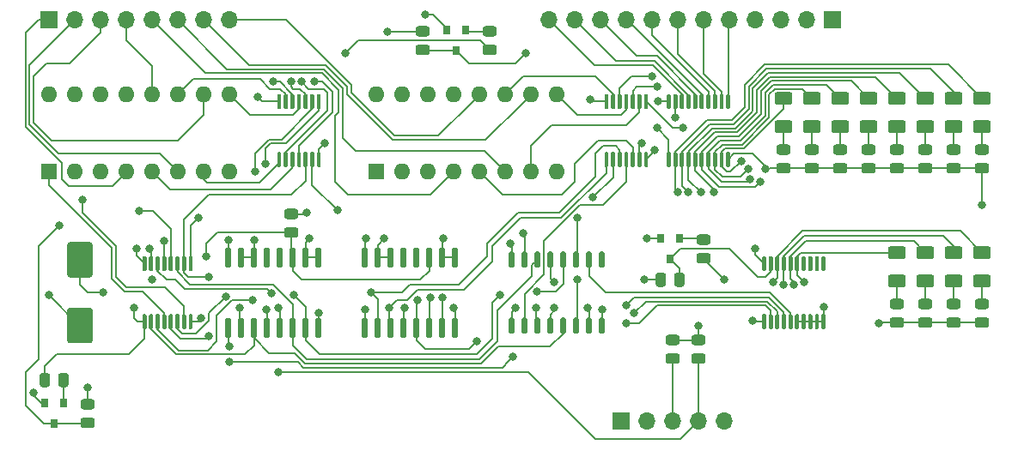
<source format=gbr>
%TF.GenerationSoftware,KiCad,Pcbnew,(5.1.10-1-10_14)*%
%TF.CreationDate,2021-11-15T09:00:54-05:00*%
%TF.ProjectId,FIFO-ram-buffer,4649464f-2d72-4616-9d2d-627566666572,rev?*%
%TF.SameCoordinates,Original*%
%TF.FileFunction,Copper,L1,Top*%
%TF.FilePolarity,Positive*%
%FSLAX46Y46*%
G04 Gerber Fmt 4.6, Leading zero omitted, Abs format (unit mm)*
G04 Created by KiCad (PCBNEW (5.1.10-1-10_14)) date 2021-11-15 09:00:54*
%MOMM*%
%LPD*%
G01*
G04 APERTURE LIST*
%TA.AperFunction,ComponentPad*%
%ADD10O,1.700000X1.700000*%
%TD*%
%TA.AperFunction,ComponentPad*%
%ADD11R,1.700000X1.700000*%
%TD*%
%TA.AperFunction,ComponentPad*%
%ADD12O,1.600000X1.600000*%
%TD*%
%TA.AperFunction,ComponentPad*%
%ADD13R,1.600000X1.600000*%
%TD*%
%TA.AperFunction,SMDPad,CuDef*%
%ADD14R,0.800000X0.900000*%
%TD*%
%TA.AperFunction,ViaPad*%
%ADD15C,0.800000*%
%TD*%
%TA.AperFunction,Conductor*%
%ADD16C,0.200000*%
%TD*%
G04 APERTURE END LIST*
D10*
%TO.P,J3,12*%
%TO.N,BUS0*%
X117856000Y-107188000D03*
%TO.P,J3,11*%
%TO.N,BUS1*%
X120396000Y-107188000D03*
%TO.P,J3,10*%
%TO.N,BUS2*%
X122936000Y-107188000D03*
%TO.P,J3,9*%
%TO.N,BUS3*%
X125476000Y-107188000D03*
%TO.P,J3,8*%
%TO.N,BUS4*%
X128016000Y-107188000D03*
%TO.P,J3,7*%
%TO.N,BUS5*%
X130556000Y-107188000D03*
%TO.P,J3,6*%
%TO.N,BUS6*%
X133096000Y-107188000D03*
%TO.P,J3,5*%
%TO.N,BUS7*%
X135636000Y-107188000D03*
%TO.P,J3,4*%
%TO.N,STATUS0*%
X138176000Y-107188000D03*
%TO.P,J3,3*%
%TO.N,STATUS1*%
X140716000Y-107188000D03*
%TO.P,J3,2*%
%TO.N,STATUS2*%
X143256000Y-107188000D03*
D11*
%TO.P,J3,1*%
%TO.N,STATUS3*%
X145796000Y-107188000D03*
%TD*%
%TO.P,U8,16*%
%TO.N,VCC*%
%TA.AperFunction,SMDPad,CuDef*%
G36*
G01*
X114310500Y-131662000D02*
X114035500Y-131662000D01*
G75*
G02*
X113898000Y-131524500I0J137500D01*
G01*
X113898000Y-130199500D01*
G75*
G02*
X114035500Y-130062000I137500J0D01*
G01*
X114310500Y-130062000D01*
G75*
G02*
X114448000Y-130199500I0J-137500D01*
G01*
X114448000Y-131524500D01*
G75*
G02*
X114310500Y-131662000I-137500J0D01*
G01*
G37*
%TD.AperFunction*%
%TO.P,U8,15*%
%TO.N,Net-(U1-Pad6)*%
%TA.AperFunction,SMDPad,CuDef*%
G36*
G01*
X115580500Y-131662000D02*
X115305500Y-131662000D01*
G75*
G02*
X115168000Y-131524500I0J137500D01*
G01*
X115168000Y-130199500D01*
G75*
G02*
X115305500Y-130062000I137500J0D01*
G01*
X115580500Y-130062000D01*
G75*
G02*
X115718000Y-130199500I0J-137500D01*
G01*
X115718000Y-131524500D01*
G75*
G02*
X115580500Y-131662000I-137500J0D01*
G01*
G37*
%TD.AperFunction*%
%TO.P,U8,14*%
%TO.N,R2*%
%TA.AperFunction,SMDPad,CuDef*%
G36*
G01*
X116850500Y-131662000D02*
X116575500Y-131662000D01*
G75*
G02*
X116438000Y-131524500I0J137500D01*
G01*
X116438000Y-130199500D01*
G75*
G02*
X116575500Y-130062000I137500J0D01*
G01*
X116850500Y-130062000D01*
G75*
G02*
X116988000Y-130199500I0J-137500D01*
G01*
X116988000Y-131524500D01*
G75*
G02*
X116850500Y-131662000I-137500J0D01*
G01*
G37*
%TD.AperFunction*%
%TO.P,U8,13*%
%TO.N,DATACOUNT2*%
%TA.AperFunction,SMDPad,CuDef*%
G36*
G01*
X118120500Y-131662000D02*
X117845500Y-131662000D01*
G75*
G02*
X117708000Y-131524500I0J137500D01*
G01*
X117708000Y-130199500D01*
G75*
G02*
X117845500Y-130062000I137500J0D01*
G01*
X118120500Y-130062000D01*
G75*
G02*
X118258000Y-130199500I0J-137500D01*
G01*
X118258000Y-131524500D01*
G75*
G02*
X118120500Y-131662000I-137500J0D01*
G01*
G37*
%TD.AperFunction*%
%TO.P,U8,12*%
%TO.N,R3*%
%TA.AperFunction,SMDPad,CuDef*%
G36*
G01*
X119390500Y-131662000D02*
X119115500Y-131662000D01*
G75*
G02*
X118978000Y-131524500I0J137500D01*
G01*
X118978000Y-130199500D01*
G75*
G02*
X119115500Y-130062000I137500J0D01*
G01*
X119390500Y-130062000D01*
G75*
G02*
X119528000Y-130199500I0J-137500D01*
G01*
X119528000Y-131524500D01*
G75*
G02*
X119390500Y-131662000I-137500J0D01*
G01*
G37*
%TD.AperFunction*%
%TO.P,U8,11*%
%TO.N,Net-(U1-Pad8)*%
%TA.AperFunction,SMDPad,CuDef*%
G36*
G01*
X120660500Y-131662000D02*
X120385500Y-131662000D01*
G75*
G02*
X120248000Y-131524500I0J137500D01*
G01*
X120248000Y-130199500D01*
G75*
G02*
X120385500Y-130062000I137500J0D01*
G01*
X120660500Y-130062000D01*
G75*
G02*
X120798000Y-130199500I0J-137500D01*
G01*
X120798000Y-131524500D01*
G75*
G02*
X120660500Y-131662000I-137500J0D01*
G01*
G37*
%TD.AperFunction*%
%TO.P,U8,10*%
%TO.N,DATACOUNT3*%
%TA.AperFunction,SMDPad,CuDef*%
G36*
G01*
X121930500Y-131662000D02*
X121655500Y-131662000D01*
G75*
G02*
X121518000Y-131524500I0J137500D01*
G01*
X121518000Y-130199500D01*
G75*
G02*
X121655500Y-130062000I137500J0D01*
G01*
X121930500Y-130062000D01*
G75*
G02*
X122068000Y-130199500I0J-137500D01*
G01*
X122068000Y-131524500D01*
G75*
G02*
X121930500Y-131662000I-137500J0D01*
G01*
G37*
%TD.AperFunction*%
%TO.P,U8,9*%
%TO.N,Net-(U8-Pad9)*%
%TA.AperFunction,SMDPad,CuDef*%
G36*
G01*
X123200500Y-131662000D02*
X122925500Y-131662000D01*
G75*
G02*
X122788000Y-131524500I0J137500D01*
G01*
X122788000Y-130199500D01*
G75*
G02*
X122925500Y-130062000I137500J0D01*
G01*
X123200500Y-130062000D01*
G75*
G02*
X123338000Y-130199500I0J-137500D01*
G01*
X123338000Y-131524500D01*
G75*
G02*
X123200500Y-131662000I-137500J0D01*
G01*
G37*
%TD.AperFunction*%
%TO.P,U8,8*%
%TO.N,GND*%
%TA.AperFunction,SMDPad,CuDef*%
G36*
G01*
X123200500Y-138162000D02*
X122925500Y-138162000D01*
G75*
G02*
X122788000Y-138024500I0J137500D01*
G01*
X122788000Y-136699500D01*
G75*
G02*
X122925500Y-136562000I137500J0D01*
G01*
X123200500Y-136562000D01*
G75*
G02*
X123338000Y-136699500I0J-137500D01*
G01*
X123338000Y-138024500D01*
G75*
G02*
X123200500Y-138162000I-137500J0D01*
G01*
G37*
%TD.AperFunction*%
%TO.P,U8,7*%
%TO.N,VCC*%
%TA.AperFunction,SMDPad,CuDef*%
G36*
G01*
X121930500Y-138162000D02*
X121655500Y-138162000D01*
G75*
G02*
X121518000Y-138024500I0J137500D01*
G01*
X121518000Y-136699500D01*
G75*
G02*
X121655500Y-136562000I137500J0D01*
G01*
X121930500Y-136562000D01*
G75*
G02*
X122068000Y-136699500I0J-137500D01*
G01*
X122068000Y-138024500D01*
G75*
G02*
X121930500Y-138162000I-137500J0D01*
G01*
G37*
%TD.AperFunction*%
%TO.P,U8,6*%
%TO.N,Net-(U2-Pad2)*%
%TA.AperFunction,SMDPad,CuDef*%
G36*
G01*
X120660500Y-138162000D02*
X120385500Y-138162000D01*
G75*
G02*
X120248000Y-138024500I0J137500D01*
G01*
X120248000Y-136699500D01*
G75*
G02*
X120385500Y-136562000I137500J0D01*
G01*
X120660500Y-136562000D01*
G75*
G02*
X120798000Y-136699500I0J-137500D01*
G01*
X120798000Y-138024500D01*
G75*
G02*
X120660500Y-138162000I-137500J0D01*
G01*
G37*
%TD.AperFunction*%
%TO.P,U8,5*%
%TO.N,R0*%
%TA.AperFunction,SMDPad,CuDef*%
G36*
G01*
X119390500Y-138162000D02*
X119115500Y-138162000D01*
G75*
G02*
X118978000Y-138024500I0J137500D01*
G01*
X118978000Y-136699500D01*
G75*
G02*
X119115500Y-136562000I137500J0D01*
G01*
X119390500Y-136562000D01*
G75*
G02*
X119528000Y-136699500I0J-137500D01*
G01*
X119528000Y-138024500D01*
G75*
G02*
X119390500Y-138162000I-137500J0D01*
G01*
G37*
%TD.AperFunction*%
%TO.P,U8,4*%
%TO.N,DATACOUNT0*%
%TA.AperFunction,SMDPad,CuDef*%
G36*
G01*
X118120500Y-138162000D02*
X117845500Y-138162000D01*
G75*
G02*
X117708000Y-138024500I0J137500D01*
G01*
X117708000Y-136699500D01*
G75*
G02*
X117845500Y-136562000I137500J0D01*
G01*
X118120500Y-136562000D01*
G75*
G02*
X118258000Y-136699500I0J-137500D01*
G01*
X118258000Y-138024500D01*
G75*
G02*
X118120500Y-138162000I-137500J0D01*
G01*
G37*
%TD.AperFunction*%
%TO.P,U8,3*%
%TO.N,R1*%
%TA.AperFunction,SMDPad,CuDef*%
G36*
G01*
X116850500Y-138162000D02*
X116575500Y-138162000D01*
G75*
G02*
X116438000Y-138024500I0J137500D01*
G01*
X116438000Y-136699500D01*
G75*
G02*
X116575500Y-136562000I137500J0D01*
G01*
X116850500Y-136562000D01*
G75*
G02*
X116988000Y-136699500I0J-137500D01*
G01*
X116988000Y-138024500D01*
G75*
G02*
X116850500Y-138162000I-137500J0D01*
G01*
G37*
%TD.AperFunction*%
%TO.P,U8,2*%
%TO.N,Net-(U2-Pad4)*%
%TA.AperFunction,SMDPad,CuDef*%
G36*
G01*
X115580500Y-138162000D02*
X115305500Y-138162000D01*
G75*
G02*
X115168000Y-138024500I0J137500D01*
G01*
X115168000Y-136699500D01*
G75*
G02*
X115305500Y-136562000I137500J0D01*
G01*
X115580500Y-136562000D01*
G75*
G02*
X115718000Y-136699500I0J-137500D01*
G01*
X115718000Y-138024500D01*
G75*
G02*
X115580500Y-138162000I-137500J0D01*
G01*
G37*
%TD.AperFunction*%
%TO.P,U8,1*%
%TO.N,DATACOUNT1*%
%TA.AperFunction,SMDPad,CuDef*%
G36*
G01*
X114310500Y-138162000D02*
X114035500Y-138162000D01*
G75*
G02*
X113898000Y-138024500I0J137500D01*
G01*
X113898000Y-136699500D01*
G75*
G02*
X114035500Y-136562000I137500J0D01*
G01*
X114310500Y-136562000D01*
G75*
G02*
X114448000Y-136699500I0J-137500D01*
G01*
X114448000Y-138024500D01*
G75*
G02*
X114310500Y-138162000I-137500J0D01*
G01*
G37*
%TD.AperFunction*%
%TD*%
%TO.P,U6,16*%
%TO.N,VCC*%
%TA.AperFunction,SMDPad,CuDef*%
G36*
G01*
X99845000Y-131637000D02*
X99545000Y-131637000D01*
G75*
G02*
X99395000Y-131487000I0J150000D01*
G01*
X99395000Y-129812000D01*
G75*
G02*
X99545000Y-129662000I150000J0D01*
G01*
X99845000Y-129662000D01*
G75*
G02*
X99995000Y-129812000I0J-150000D01*
G01*
X99995000Y-131487000D01*
G75*
G02*
X99845000Y-131637000I-150000J0D01*
G01*
G37*
%TD.AperFunction*%
%TO.P,U6,15*%
%TO.N,GND*%
%TA.AperFunction,SMDPad,CuDef*%
G36*
G01*
X101115000Y-131637000D02*
X100815000Y-131637000D01*
G75*
G02*
X100665000Y-131487000I0J150000D01*
G01*
X100665000Y-129812000D01*
G75*
G02*
X100815000Y-129662000I150000J0D01*
G01*
X101115000Y-129662000D01*
G75*
G02*
X101265000Y-129812000I0J-150000D01*
G01*
X101265000Y-131487000D01*
G75*
G02*
X101115000Y-131637000I-150000J0D01*
G01*
G37*
%TD.AperFunction*%
%TO.P,U6,14*%
%TA.AperFunction,SMDPad,CuDef*%
G36*
G01*
X102385000Y-131637000D02*
X102085000Y-131637000D01*
G75*
G02*
X101935000Y-131487000I0J150000D01*
G01*
X101935000Y-129812000D01*
G75*
G02*
X102085000Y-129662000I150000J0D01*
G01*
X102385000Y-129662000D01*
G75*
G02*
X102535000Y-129812000I0J-150000D01*
G01*
X102535000Y-131487000D01*
G75*
G02*
X102385000Y-131637000I-150000J0D01*
G01*
G37*
%TD.AperFunction*%
%TO.P,U6,13*%
%TO.N,Net-(U6-Pad13)*%
%TA.AperFunction,SMDPad,CuDef*%
G36*
G01*
X103655000Y-131637000D02*
X103355000Y-131637000D01*
G75*
G02*
X103205000Y-131487000I0J150000D01*
G01*
X103205000Y-129812000D01*
G75*
G02*
X103355000Y-129662000I150000J0D01*
G01*
X103655000Y-129662000D01*
G75*
G02*
X103805000Y-129812000I0J-150000D01*
G01*
X103805000Y-131487000D01*
G75*
G02*
X103655000Y-131637000I-150000J0D01*
G01*
G37*
%TD.AperFunction*%
%TO.P,U6,12*%
%TO.N,Net-(U6-Pad12)*%
%TA.AperFunction,SMDPad,CuDef*%
G36*
G01*
X104925000Y-131637000D02*
X104625000Y-131637000D01*
G75*
G02*
X104475000Y-131487000I0J150000D01*
G01*
X104475000Y-129812000D01*
G75*
G02*
X104625000Y-129662000I150000J0D01*
G01*
X104925000Y-129662000D01*
G75*
G02*
X105075000Y-129812000I0J-150000D01*
G01*
X105075000Y-131487000D01*
G75*
G02*
X104925000Y-131637000I-150000J0D01*
G01*
G37*
%TD.AperFunction*%
%TO.P,U6,11*%
%TO.N,Net-(C1-Pad1)*%
%TA.AperFunction,SMDPad,CuDef*%
G36*
G01*
X106195000Y-131637000D02*
X105895000Y-131637000D01*
G75*
G02*
X105745000Y-131487000I0J150000D01*
G01*
X105745000Y-129812000D01*
G75*
G02*
X105895000Y-129662000I150000J0D01*
G01*
X106195000Y-129662000D01*
G75*
G02*
X106345000Y-129812000I0J-150000D01*
G01*
X106345000Y-131487000D01*
G75*
G02*
X106195000Y-131637000I-150000J0D01*
G01*
G37*
%TD.AperFunction*%
%TO.P,U6,10*%
%TO.N,GND*%
%TA.AperFunction,SMDPad,CuDef*%
G36*
G01*
X107465000Y-131637000D02*
X107165000Y-131637000D01*
G75*
G02*
X107015000Y-131487000I0J150000D01*
G01*
X107015000Y-129812000D01*
G75*
G02*
X107165000Y-129662000I150000J0D01*
G01*
X107465000Y-129662000D01*
G75*
G02*
X107615000Y-129812000I0J-150000D01*
G01*
X107615000Y-131487000D01*
G75*
G02*
X107465000Y-131637000I-150000J0D01*
G01*
G37*
%TD.AperFunction*%
%TO.P,U6,9*%
%TA.AperFunction,SMDPad,CuDef*%
G36*
G01*
X108735000Y-131637000D02*
X108435000Y-131637000D01*
G75*
G02*
X108285000Y-131487000I0J150000D01*
G01*
X108285000Y-129812000D01*
G75*
G02*
X108435000Y-129662000I150000J0D01*
G01*
X108735000Y-129662000D01*
G75*
G02*
X108885000Y-129812000I0J-150000D01*
G01*
X108885000Y-131487000D01*
G75*
G02*
X108735000Y-131637000I-150000J0D01*
G01*
G37*
%TD.AperFunction*%
%TO.P,U6,8*%
%TA.AperFunction,SMDPad,CuDef*%
G36*
G01*
X108735000Y-138562000D02*
X108435000Y-138562000D01*
G75*
G02*
X108285000Y-138412000I0J150000D01*
G01*
X108285000Y-136737000D01*
G75*
G02*
X108435000Y-136587000I150000J0D01*
G01*
X108735000Y-136587000D01*
G75*
G02*
X108885000Y-136737000I0J-150000D01*
G01*
X108885000Y-138412000D01*
G75*
G02*
X108735000Y-138562000I-150000J0D01*
G01*
G37*
%TD.AperFunction*%
%TO.P,U6,7*%
%TO.N,W3*%
%TA.AperFunction,SMDPad,CuDef*%
G36*
G01*
X107465000Y-138562000D02*
X107165000Y-138562000D01*
G75*
G02*
X107015000Y-138412000I0J150000D01*
G01*
X107015000Y-136737000D01*
G75*
G02*
X107165000Y-136587000I150000J0D01*
G01*
X107465000Y-136587000D01*
G75*
G02*
X107615000Y-136737000I0J-150000D01*
G01*
X107615000Y-138412000D01*
G75*
G02*
X107465000Y-138562000I-150000J0D01*
G01*
G37*
%TD.AperFunction*%
%TO.P,U6,6*%
%TO.N,W2*%
%TA.AperFunction,SMDPad,CuDef*%
G36*
G01*
X106195000Y-138562000D02*
X105895000Y-138562000D01*
G75*
G02*
X105745000Y-138412000I0J150000D01*
G01*
X105745000Y-136737000D01*
G75*
G02*
X105895000Y-136587000I150000J0D01*
G01*
X106195000Y-136587000D01*
G75*
G02*
X106345000Y-136737000I0J-150000D01*
G01*
X106345000Y-138412000D01*
G75*
G02*
X106195000Y-138562000I-150000J0D01*
G01*
G37*
%TD.AperFunction*%
%TO.P,U6,5*%
%TO.N,WRITE*%
%TA.AperFunction,SMDPad,CuDef*%
G36*
G01*
X104925000Y-138562000D02*
X104625000Y-138562000D01*
G75*
G02*
X104475000Y-138412000I0J150000D01*
G01*
X104475000Y-136737000D01*
G75*
G02*
X104625000Y-136587000I150000J0D01*
G01*
X104925000Y-136587000D01*
G75*
G02*
X105075000Y-136737000I0J-150000D01*
G01*
X105075000Y-138412000D01*
G75*
G02*
X104925000Y-138562000I-150000J0D01*
G01*
G37*
%TD.AperFunction*%
%TO.P,U6,4*%
%TO.N,VCC*%
%TA.AperFunction,SMDPad,CuDef*%
G36*
G01*
X103655000Y-138562000D02*
X103355000Y-138562000D01*
G75*
G02*
X103205000Y-138412000I0J150000D01*
G01*
X103205000Y-136737000D01*
G75*
G02*
X103355000Y-136587000I150000J0D01*
G01*
X103655000Y-136587000D01*
G75*
G02*
X103805000Y-136737000I0J-150000D01*
G01*
X103805000Y-138412000D01*
G75*
G02*
X103655000Y-138562000I-150000J0D01*
G01*
G37*
%TD.AperFunction*%
%TO.P,U6,3*%
%TO.N,W0*%
%TA.AperFunction,SMDPad,CuDef*%
G36*
G01*
X102385000Y-138562000D02*
X102085000Y-138562000D01*
G75*
G02*
X101935000Y-138412000I0J150000D01*
G01*
X101935000Y-136737000D01*
G75*
G02*
X102085000Y-136587000I150000J0D01*
G01*
X102385000Y-136587000D01*
G75*
G02*
X102535000Y-136737000I0J-150000D01*
G01*
X102535000Y-138412000D01*
G75*
G02*
X102385000Y-138562000I-150000J0D01*
G01*
G37*
%TD.AperFunction*%
%TO.P,U6,2*%
%TO.N,W1*%
%TA.AperFunction,SMDPad,CuDef*%
G36*
G01*
X101115000Y-138562000D02*
X100815000Y-138562000D01*
G75*
G02*
X100665000Y-138412000I0J150000D01*
G01*
X100665000Y-136737000D01*
G75*
G02*
X100815000Y-136587000I150000J0D01*
G01*
X101115000Y-136587000D01*
G75*
G02*
X101265000Y-136737000I0J-150000D01*
G01*
X101265000Y-138412000D01*
G75*
G02*
X101115000Y-138562000I-150000J0D01*
G01*
G37*
%TD.AperFunction*%
%TO.P,U6,1*%
%TO.N,GND*%
%TA.AperFunction,SMDPad,CuDef*%
G36*
G01*
X99845000Y-138562000D02*
X99545000Y-138562000D01*
G75*
G02*
X99395000Y-138412000I0J150000D01*
G01*
X99395000Y-136737000D01*
G75*
G02*
X99545000Y-136587000I150000J0D01*
G01*
X99845000Y-136587000D01*
G75*
G02*
X99995000Y-136737000I0J-150000D01*
G01*
X99995000Y-138412000D01*
G75*
G02*
X99845000Y-138562000I-150000J0D01*
G01*
G37*
%TD.AperFunction*%
%TD*%
%TO.P,U4,16*%
%TO.N,VCC*%
%TA.AperFunction,SMDPad,CuDef*%
G36*
G01*
X86383000Y-131637000D02*
X86083000Y-131637000D01*
G75*
G02*
X85933000Y-131487000I0J150000D01*
G01*
X85933000Y-129812000D01*
G75*
G02*
X86083000Y-129662000I150000J0D01*
G01*
X86383000Y-129662000D01*
G75*
G02*
X86533000Y-129812000I0J-150000D01*
G01*
X86533000Y-131487000D01*
G75*
G02*
X86383000Y-131637000I-150000J0D01*
G01*
G37*
%TD.AperFunction*%
%TO.P,U4,15*%
%TO.N,GND*%
%TA.AperFunction,SMDPad,CuDef*%
G36*
G01*
X87653000Y-131637000D02*
X87353000Y-131637000D01*
G75*
G02*
X87203000Y-131487000I0J150000D01*
G01*
X87203000Y-129812000D01*
G75*
G02*
X87353000Y-129662000I150000J0D01*
G01*
X87653000Y-129662000D01*
G75*
G02*
X87803000Y-129812000I0J-150000D01*
G01*
X87803000Y-131487000D01*
G75*
G02*
X87653000Y-131637000I-150000J0D01*
G01*
G37*
%TD.AperFunction*%
%TO.P,U4,14*%
%TA.AperFunction,SMDPad,CuDef*%
G36*
G01*
X88923000Y-131637000D02*
X88623000Y-131637000D01*
G75*
G02*
X88473000Y-131487000I0J150000D01*
G01*
X88473000Y-129812000D01*
G75*
G02*
X88623000Y-129662000I150000J0D01*
G01*
X88923000Y-129662000D01*
G75*
G02*
X89073000Y-129812000I0J-150000D01*
G01*
X89073000Y-131487000D01*
G75*
G02*
X88923000Y-131637000I-150000J0D01*
G01*
G37*
%TD.AperFunction*%
%TO.P,U4,13*%
%TO.N,Net-(U4-Pad13)*%
%TA.AperFunction,SMDPad,CuDef*%
G36*
G01*
X90193000Y-131637000D02*
X89893000Y-131637000D01*
G75*
G02*
X89743000Y-131487000I0J150000D01*
G01*
X89743000Y-129812000D01*
G75*
G02*
X89893000Y-129662000I150000J0D01*
G01*
X90193000Y-129662000D01*
G75*
G02*
X90343000Y-129812000I0J-150000D01*
G01*
X90343000Y-131487000D01*
G75*
G02*
X90193000Y-131637000I-150000J0D01*
G01*
G37*
%TD.AperFunction*%
%TO.P,U4,12*%
%TO.N,Net-(U4-Pad12)*%
%TA.AperFunction,SMDPad,CuDef*%
G36*
G01*
X91463000Y-131637000D02*
X91163000Y-131637000D01*
G75*
G02*
X91013000Y-131487000I0J150000D01*
G01*
X91013000Y-129812000D01*
G75*
G02*
X91163000Y-129662000I150000J0D01*
G01*
X91463000Y-129662000D01*
G75*
G02*
X91613000Y-129812000I0J-150000D01*
G01*
X91613000Y-131487000D01*
G75*
G02*
X91463000Y-131637000I-150000J0D01*
G01*
G37*
%TD.AperFunction*%
%TO.P,U4,11*%
%TO.N,Net-(C1-Pad1)*%
%TA.AperFunction,SMDPad,CuDef*%
G36*
G01*
X92733000Y-131637000D02*
X92433000Y-131637000D01*
G75*
G02*
X92283000Y-131487000I0J150000D01*
G01*
X92283000Y-129812000D01*
G75*
G02*
X92433000Y-129662000I150000J0D01*
G01*
X92733000Y-129662000D01*
G75*
G02*
X92883000Y-129812000I0J-150000D01*
G01*
X92883000Y-131487000D01*
G75*
G02*
X92733000Y-131637000I-150000J0D01*
G01*
G37*
%TD.AperFunction*%
%TO.P,U4,10*%
%TO.N,GND*%
%TA.AperFunction,SMDPad,CuDef*%
G36*
G01*
X94003000Y-131637000D02*
X93703000Y-131637000D01*
G75*
G02*
X93553000Y-131487000I0J150000D01*
G01*
X93553000Y-129812000D01*
G75*
G02*
X93703000Y-129662000I150000J0D01*
G01*
X94003000Y-129662000D01*
G75*
G02*
X94153000Y-129812000I0J-150000D01*
G01*
X94153000Y-131487000D01*
G75*
G02*
X94003000Y-131637000I-150000J0D01*
G01*
G37*
%TD.AperFunction*%
%TO.P,U4,9*%
%TA.AperFunction,SMDPad,CuDef*%
G36*
G01*
X95273000Y-131637000D02*
X94973000Y-131637000D01*
G75*
G02*
X94823000Y-131487000I0J150000D01*
G01*
X94823000Y-129812000D01*
G75*
G02*
X94973000Y-129662000I150000J0D01*
G01*
X95273000Y-129662000D01*
G75*
G02*
X95423000Y-129812000I0J-150000D01*
G01*
X95423000Y-131487000D01*
G75*
G02*
X95273000Y-131637000I-150000J0D01*
G01*
G37*
%TD.AperFunction*%
%TO.P,U4,8*%
%TA.AperFunction,SMDPad,CuDef*%
G36*
G01*
X95273000Y-138562000D02*
X94973000Y-138562000D01*
G75*
G02*
X94823000Y-138412000I0J150000D01*
G01*
X94823000Y-136737000D01*
G75*
G02*
X94973000Y-136587000I150000J0D01*
G01*
X95273000Y-136587000D01*
G75*
G02*
X95423000Y-136737000I0J-150000D01*
G01*
X95423000Y-138412000D01*
G75*
G02*
X95273000Y-138562000I-150000J0D01*
G01*
G37*
%TD.AperFunction*%
%TO.P,U4,7*%
%TO.N,R3*%
%TA.AperFunction,SMDPad,CuDef*%
G36*
G01*
X94003000Y-138562000D02*
X93703000Y-138562000D01*
G75*
G02*
X93553000Y-138412000I0J150000D01*
G01*
X93553000Y-136737000D01*
G75*
G02*
X93703000Y-136587000I150000J0D01*
G01*
X94003000Y-136587000D01*
G75*
G02*
X94153000Y-136737000I0J-150000D01*
G01*
X94153000Y-138412000D01*
G75*
G02*
X94003000Y-138562000I-150000J0D01*
G01*
G37*
%TD.AperFunction*%
%TO.P,U4,6*%
%TO.N,R2*%
%TA.AperFunction,SMDPad,CuDef*%
G36*
G01*
X92733000Y-138562000D02*
X92433000Y-138562000D01*
G75*
G02*
X92283000Y-138412000I0J150000D01*
G01*
X92283000Y-136737000D01*
G75*
G02*
X92433000Y-136587000I150000J0D01*
G01*
X92733000Y-136587000D01*
G75*
G02*
X92883000Y-136737000I0J-150000D01*
G01*
X92883000Y-138412000D01*
G75*
G02*
X92733000Y-138562000I-150000J0D01*
G01*
G37*
%TD.AperFunction*%
%TO.P,U4,5*%
%TO.N,READ*%
%TA.AperFunction,SMDPad,CuDef*%
G36*
G01*
X91463000Y-138562000D02*
X91163000Y-138562000D01*
G75*
G02*
X91013000Y-138412000I0J150000D01*
G01*
X91013000Y-136737000D01*
G75*
G02*
X91163000Y-136587000I150000J0D01*
G01*
X91463000Y-136587000D01*
G75*
G02*
X91613000Y-136737000I0J-150000D01*
G01*
X91613000Y-138412000D01*
G75*
G02*
X91463000Y-138562000I-150000J0D01*
G01*
G37*
%TD.AperFunction*%
%TO.P,U4,4*%
%TO.N,VCC*%
%TA.AperFunction,SMDPad,CuDef*%
G36*
G01*
X90193000Y-138562000D02*
X89893000Y-138562000D01*
G75*
G02*
X89743000Y-138412000I0J150000D01*
G01*
X89743000Y-136737000D01*
G75*
G02*
X89893000Y-136587000I150000J0D01*
G01*
X90193000Y-136587000D01*
G75*
G02*
X90343000Y-136737000I0J-150000D01*
G01*
X90343000Y-138412000D01*
G75*
G02*
X90193000Y-138562000I-150000J0D01*
G01*
G37*
%TD.AperFunction*%
%TO.P,U4,3*%
%TO.N,R0*%
%TA.AperFunction,SMDPad,CuDef*%
G36*
G01*
X88923000Y-138562000D02*
X88623000Y-138562000D01*
G75*
G02*
X88473000Y-138412000I0J150000D01*
G01*
X88473000Y-136737000D01*
G75*
G02*
X88623000Y-136587000I150000J0D01*
G01*
X88923000Y-136587000D01*
G75*
G02*
X89073000Y-136737000I0J-150000D01*
G01*
X89073000Y-138412000D01*
G75*
G02*
X88923000Y-138562000I-150000J0D01*
G01*
G37*
%TD.AperFunction*%
%TO.P,U4,2*%
%TO.N,R1*%
%TA.AperFunction,SMDPad,CuDef*%
G36*
G01*
X87653000Y-138562000D02*
X87353000Y-138562000D01*
G75*
G02*
X87203000Y-138412000I0J150000D01*
G01*
X87203000Y-136737000D01*
G75*
G02*
X87353000Y-136587000I150000J0D01*
G01*
X87653000Y-136587000D01*
G75*
G02*
X87803000Y-136737000I0J-150000D01*
G01*
X87803000Y-138412000D01*
G75*
G02*
X87653000Y-138562000I-150000J0D01*
G01*
G37*
%TD.AperFunction*%
%TO.P,U4,1*%
%TO.N,GND*%
%TA.AperFunction,SMDPad,CuDef*%
G36*
G01*
X86383000Y-138562000D02*
X86083000Y-138562000D01*
G75*
G02*
X85933000Y-138412000I0J150000D01*
G01*
X85933000Y-136737000D01*
G75*
G02*
X86083000Y-136587000I150000J0D01*
G01*
X86383000Y-136587000D01*
G75*
G02*
X86533000Y-136737000I0J-150000D01*
G01*
X86533000Y-138412000D01*
G75*
G02*
X86383000Y-138562000I-150000J0D01*
G01*
G37*
%TD.AperFunction*%
%TD*%
%TO.P,U1,14*%
%TO.N,VCC*%
%TA.AperFunction,SMDPad,CuDef*%
G36*
G01*
X91368000Y-115985000D02*
X91168000Y-115985000D01*
G75*
G02*
X91068000Y-115885000I0J100000D01*
G01*
X91068000Y-114610000D01*
G75*
G02*
X91168000Y-114510000I100000J0D01*
G01*
X91368000Y-114510000D01*
G75*
G02*
X91468000Y-114610000I0J-100000D01*
G01*
X91468000Y-115885000D01*
G75*
G02*
X91368000Y-115985000I-100000J0D01*
G01*
G37*
%TD.AperFunction*%
%TO.P,U1,13*%
%TO.N,Net-(U1-Pad13)*%
%TA.AperFunction,SMDPad,CuDef*%
G36*
G01*
X92018000Y-115985000D02*
X91818000Y-115985000D01*
G75*
G02*
X91718000Y-115885000I0J100000D01*
G01*
X91718000Y-114610000D01*
G75*
G02*
X91818000Y-114510000I100000J0D01*
G01*
X92018000Y-114510000D01*
G75*
G02*
X92118000Y-114610000I0J-100000D01*
G01*
X92118000Y-115885000D01*
G75*
G02*
X92018000Y-115985000I-100000J0D01*
G01*
G37*
%TD.AperFunction*%
%TO.P,U1,12*%
%TO.N,RAM3*%
%TA.AperFunction,SMDPad,CuDef*%
G36*
G01*
X92668000Y-115985000D02*
X92468000Y-115985000D01*
G75*
G02*
X92368000Y-115885000I0J100000D01*
G01*
X92368000Y-114610000D01*
G75*
G02*
X92468000Y-114510000I100000J0D01*
G01*
X92668000Y-114510000D01*
G75*
G02*
X92768000Y-114610000I0J-100000D01*
G01*
X92768000Y-115885000D01*
G75*
G02*
X92668000Y-115985000I-100000J0D01*
G01*
G37*
%TD.AperFunction*%
%TO.P,U1,11*%
%TO.N,Net-(U1-Pad11)*%
%TA.AperFunction,SMDPad,CuDef*%
G36*
G01*
X93318000Y-115985000D02*
X93118000Y-115985000D01*
G75*
G02*
X93018000Y-115885000I0J100000D01*
G01*
X93018000Y-114610000D01*
G75*
G02*
X93118000Y-114510000I100000J0D01*
G01*
X93318000Y-114510000D01*
G75*
G02*
X93418000Y-114610000I0J-100000D01*
G01*
X93418000Y-115885000D01*
G75*
G02*
X93318000Y-115985000I-100000J0D01*
G01*
G37*
%TD.AperFunction*%
%TO.P,U1,10*%
%TO.N,RAM2*%
%TA.AperFunction,SMDPad,CuDef*%
G36*
G01*
X93968000Y-115985000D02*
X93768000Y-115985000D01*
G75*
G02*
X93668000Y-115885000I0J100000D01*
G01*
X93668000Y-114610000D01*
G75*
G02*
X93768000Y-114510000I100000J0D01*
G01*
X93968000Y-114510000D01*
G75*
G02*
X94068000Y-114610000I0J-100000D01*
G01*
X94068000Y-115885000D01*
G75*
G02*
X93968000Y-115985000I-100000J0D01*
G01*
G37*
%TD.AperFunction*%
%TO.P,U1,9*%
%TO.N,W3*%
%TA.AperFunction,SMDPad,CuDef*%
G36*
G01*
X94618000Y-115985000D02*
X94418000Y-115985000D01*
G75*
G02*
X94318000Y-115885000I0J100000D01*
G01*
X94318000Y-114610000D01*
G75*
G02*
X94418000Y-114510000I100000J0D01*
G01*
X94618000Y-114510000D01*
G75*
G02*
X94718000Y-114610000I0J-100000D01*
G01*
X94718000Y-115885000D01*
G75*
G02*
X94618000Y-115985000I-100000J0D01*
G01*
G37*
%TD.AperFunction*%
%TO.P,U1,8*%
%TO.N,Net-(U1-Pad8)*%
%TA.AperFunction,SMDPad,CuDef*%
G36*
G01*
X95268000Y-115985000D02*
X95068000Y-115985000D01*
G75*
G02*
X94968000Y-115885000I0J100000D01*
G01*
X94968000Y-114610000D01*
G75*
G02*
X95068000Y-114510000I100000J0D01*
G01*
X95268000Y-114510000D01*
G75*
G02*
X95368000Y-114610000I0J-100000D01*
G01*
X95368000Y-115885000D01*
G75*
G02*
X95268000Y-115985000I-100000J0D01*
G01*
G37*
%TD.AperFunction*%
%TO.P,U1,7*%
%TO.N,GND*%
%TA.AperFunction,SMDPad,CuDef*%
G36*
G01*
X95268000Y-121710000D02*
X95068000Y-121710000D01*
G75*
G02*
X94968000Y-121610000I0J100000D01*
G01*
X94968000Y-120335000D01*
G75*
G02*
X95068000Y-120235000I100000J0D01*
G01*
X95268000Y-120235000D01*
G75*
G02*
X95368000Y-120335000I0J-100000D01*
G01*
X95368000Y-121610000D01*
G75*
G02*
X95268000Y-121710000I-100000J0D01*
G01*
G37*
%TD.AperFunction*%
%TO.P,U1,6*%
%TO.N,Net-(U1-Pad6)*%
%TA.AperFunction,SMDPad,CuDef*%
G36*
G01*
X94618000Y-121710000D02*
X94418000Y-121710000D01*
G75*
G02*
X94318000Y-121610000I0J100000D01*
G01*
X94318000Y-120335000D01*
G75*
G02*
X94418000Y-120235000I100000J0D01*
G01*
X94618000Y-120235000D01*
G75*
G02*
X94718000Y-120335000I0J-100000D01*
G01*
X94718000Y-121610000D01*
G75*
G02*
X94618000Y-121710000I-100000J0D01*
G01*
G37*
%TD.AperFunction*%
%TO.P,U1,5*%
%TO.N,W2*%
%TA.AperFunction,SMDPad,CuDef*%
G36*
G01*
X93968000Y-121710000D02*
X93768000Y-121710000D01*
G75*
G02*
X93668000Y-121610000I0J100000D01*
G01*
X93668000Y-120335000D01*
G75*
G02*
X93768000Y-120235000I100000J0D01*
G01*
X93968000Y-120235000D01*
G75*
G02*
X94068000Y-120335000I0J-100000D01*
G01*
X94068000Y-121610000D01*
G75*
G02*
X93968000Y-121710000I-100000J0D01*
G01*
G37*
%TD.AperFunction*%
%TO.P,U1,4*%
%TO.N,RAM0*%
%TA.AperFunction,SMDPad,CuDef*%
G36*
G01*
X93318000Y-121710000D02*
X93118000Y-121710000D01*
G75*
G02*
X93018000Y-121610000I0J100000D01*
G01*
X93018000Y-120335000D01*
G75*
G02*
X93118000Y-120235000I100000J0D01*
G01*
X93318000Y-120235000D01*
G75*
G02*
X93418000Y-120335000I0J-100000D01*
G01*
X93418000Y-121610000D01*
G75*
G02*
X93318000Y-121710000I-100000J0D01*
G01*
G37*
%TD.AperFunction*%
%TO.P,U1,3*%
%TO.N,Net-(U1-Pad3)*%
%TA.AperFunction,SMDPad,CuDef*%
G36*
G01*
X92668000Y-121710000D02*
X92468000Y-121710000D01*
G75*
G02*
X92368000Y-121610000I0J100000D01*
G01*
X92368000Y-120335000D01*
G75*
G02*
X92468000Y-120235000I100000J0D01*
G01*
X92668000Y-120235000D01*
G75*
G02*
X92768000Y-120335000I0J-100000D01*
G01*
X92768000Y-121610000D01*
G75*
G02*
X92668000Y-121710000I-100000J0D01*
G01*
G37*
%TD.AperFunction*%
%TO.P,U1,2*%
%TO.N,RAM1*%
%TA.AperFunction,SMDPad,CuDef*%
G36*
G01*
X92018000Y-121710000D02*
X91818000Y-121710000D01*
G75*
G02*
X91718000Y-121610000I0J100000D01*
G01*
X91718000Y-120335000D01*
G75*
G02*
X91818000Y-120235000I100000J0D01*
G01*
X92018000Y-120235000D01*
G75*
G02*
X92118000Y-120335000I0J-100000D01*
G01*
X92118000Y-121610000D01*
G75*
G02*
X92018000Y-121710000I-100000J0D01*
G01*
G37*
%TD.AperFunction*%
%TO.P,U1,1*%
%TO.N,Net-(U1-Pad1)*%
%TA.AperFunction,SMDPad,CuDef*%
G36*
G01*
X91368000Y-121710000D02*
X91168000Y-121710000D01*
G75*
G02*
X91068000Y-121610000I0J100000D01*
G01*
X91068000Y-120335000D01*
G75*
G02*
X91168000Y-120235000I100000J0D01*
G01*
X91368000Y-120235000D01*
G75*
G02*
X91468000Y-120335000I0J-100000D01*
G01*
X91468000Y-121610000D01*
G75*
G02*
X91368000Y-121710000I-100000J0D01*
G01*
G37*
%TD.AperFunction*%
%TD*%
%TO.P,U10,20*%
%TO.N,VCC*%
%TA.AperFunction,SMDPad,CuDef*%
G36*
G01*
X129763000Y-115985000D02*
X129563000Y-115985000D01*
G75*
G02*
X129463000Y-115885000I0J100000D01*
G01*
X129463000Y-114610000D01*
G75*
G02*
X129563000Y-114510000I100000J0D01*
G01*
X129763000Y-114510000D01*
G75*
G02*
X129863000Y-114610000I0J-100000D01*
G01*
X129863000Y-115885000D01*
G75*
G02*
X129763000Y-115985000I-100000J0D01*
G01*
G37*
%TD.AperFunction*%
%TO.P,U10,19*%
%TO.N,Net-(Q3-Pad3)*%
%TA.AperFunction,SMDPad,CuDef*%
G36*
G01*
X130413000Y-115985000D02*
X130213000Y-115985000D01*
G75*
G02*
X130113000Y-115885000I0J100000D01*
G01*
X130113000Y-114610000D01*
G75*
G02*
X130213000Y-114510000I100000J0D01*
G01*
X130413000Y-114510000D01*
G75*
G02*
X130513000Y-114610000I0J-100000D01*
G01*
X130513000Y-115885000D01*
G75*
G02*
X130413000Y-115985000I-100000J0D01*
G01*
G37*
%TD.AperFunction*%
%TO.P,U10,18*%
%TO.N,BUS0*%
%TA.AperFunction,SMDPad,CuDef*%
G36*
G01*
X131063000Y-115985000D02*
X130863000Y-115985000D01*
G75*
G02*
X130763000Y-115885000I0J100000D01*
G01*
X130763000Y-114610000D01*
G75*
G02*
X130863000Y-114510000I100000J0D01*
G01*
X131063000Y-114510000D01*
G75*
G02*
X131163000Y-114610000I0J-100000D01*
G01*
X131163000Y-115885000D01*
G75*
G02*
X131063000Y-115985000I-100000J0D01*
G01*
G37*
%TD.AperFunction*%
%TO.P,U10,17*%
%TO.N,BUS1*%
%TA.AperFunction,SMDPad,CuDef*%
G36*
G01*
X131713000Y-115985000D02*
X131513000Y-115985000D01*
G75*
G02*
X131413000Y-115885000I0J100000D01*
G01*
X131413000Y-114610000D01*
G75*
G02*
X131513000Y-114510000I100000J0D01*
G01*
X131713000Y-114510000D01*
G75*
G02*
X131813000Y-114610000I0J-100000D01*
G01*
X131813000Y-115885000D01*
G75*
G02*
X131713000Y-115985000I-100000J0D01*
G01*
G37*
%TD.AperFunction*%
%TO.P,U10,16*%
%TO.N,BUS2*%
%TA.AperFunction,SMDPad,CuDef*%
G36*
G01*
X132363000Y-115985000D02*
X132163000Y-115985000D01*
G75*
G02*
X132063000Y-115885000I0J100000D01*
G01*
X132063000Y-114610000D01*
G75*
G02*
X132163000Y-114510000I100000J0D01*
G01*
X132363000Y-114510000D01*
G75*
G02*
X132463000Y-114610000I0J-100000D01*
G01*
X132463000Y-115885000D01*
G75*
G02*
X132363000Y-115985000I-100000J0D01*
G01*
G37*
%TD.AperFunction*%
%TO.P,U10,15*%
%TO.N,BUS3*%
%TA.AperFunction,SMDPad,CuDef*%
G36*
G01*
X133013000Y-115985000D02*
X132813000Y-115985000D01*
G75*
G02*
X132713000Y-115885000I0J100000D01*
G01*
X132713000Y-114610000D01*
G75*
G02*
X132813000Y-114510000I100000J0D01*
G01*
X133013000Y-114510000D01*
G75*
G02*
X133113000Y-114610000I0J-100000D01*
G01*
X133113000Y-115885000D01*
G75*
G02*
X133013000Y-115985000I-100000J0D01*
G01*
G37*
%TD.AperFunction*%
%TO.P,U10,14*%
%TO.N,BUS4*%
%TA.AperFunction,SMDPad,CuDef*%
G36*
G01*
X133663000Y-115985000D02*
X133463000Y-115985000D01*
G75*
G02*
X133363000Y-115885000I0J100000D01*
G01*
X133363000Y-114610000D01*
G75*
G02*
X133463000Y-114510000I100000J0D01*
G01*
X133663000Y-114510000D01*
G75*
G02*
X133763000Y-114610000I0J-100000D01*
G01*
X133763000Y-115885000D01*
G75*
G02*
X133663000Y-115985000I-100000J0D01*
G01*
G37*
%TD.AperFunction*%
%TO.P,U10,13*%
%TO.N,BUS5*%
%TA.AperFunction,SMDPad,CuDef*%
G36*
G01*
X134313000Y-115985000D02*
X134113000Y-115985000D01*
G75*
G02*
X134013000Y-115885000I0J100000D01*
G01*
X134013000Y-114610000D01*
G75*
G02*
X134113000Y-114510000I100000J0D01*
G01*
X134313000Y-114510000D01*
G75*
G02*
X134413000Y-114610000I0J-100000D01*
G01*
X134413000Y-115885000D01*
G75*
G02*
X134313000Y-115985000I-100000J0D01*
G01*
G37*
%TD.AperFunction*%
%TO.P,U10,12*%
%TO.N,BUS6*%
%TA.AperFunction,SMDPad,CuDef*%
G36*
G01*
X134963000Y-115985000D02*
X134763000Y-115985000D01*
G75*
G02*
X134663000Y-115885000I0J100000D01*
G01*
X134663000Y-114610000D01*
G75*
G02*
X134763000Y-114510000I100000J0D01*
G01*
X134963000Y-114510000D01*
G75*
G02*
X135063000Y-114610000I0J-100000D01*
G01*
X135063000Y-115885000D01*
G75*
G02*
X134963000Y-115985000I-100000J0D01*
G01*
G37*
%TD.AperFunction*%
%TO.P,U10,11*%
%TO.N,BUS7*%
%TA.AperFunction,SMDPad,CuDef*%
G36*
G01*
X135613000Y-115985000D02*
X135413000Y-115985000D01*
G75*
G02*
X135313000Y-115885000I0J100000D01*
G01*
X135313000Y-114610000D01*
G75*
G02*
X135413000Y-114510000I100000J0D01*
G01*
X135613000Y-114510000D01*
G75*
G02*
X135713000Y-114610000I0J-100000D01*
G01*
X135713000Y-115885000D01*
G75*
G02*
X135613000Y-115985000I-100000J0D01*
G01*
G37*
%TD.AperFunction*%
%TO.P,U10,10*%
%TO.N,GND*%
%TA.AperFunction,SMDPad,CuDef*%
G36*
G01*
X135613000Y-121710000D02*
X135413000Y-121710000D01*
G75*
G02*
X135313000Y-121610000I0J100000D01*
G01*
X135313000Y-120335000D01*
G75*
G02*
X135413000Y-120235000I100000J0D01*
G01*
X135613000Y-120235000D01*
G75*
G02*
X135713000Y-120335000I0J-100000D01*
G01*
X135713000Y-121610000D01*
G75*
G02*
X135613000Y-121710000I-100000J0D01*
G01*
G37*
%TD.AperFunction*%
%TO.P,U10,9*%
%TO.N,RAM7*%
%TA.AperFunction,SMDPad,CuDef*%
G36*
G01*
X134963000Y-121710000D02*
X134763000Y-121710000D01*
G75*
G02*
X134663000Y-121610000I0J100000D01*
G01*
X134663000Y-120335000D01*
G75*
G02*
X134763000Y-120235000I100000J0D01*
G01*
X134963000Y-120235000D01*
G75*
G02*
X135063000Y-120335000I0J-100000D01*
G01*
X135063000Y-121610000D01*
G75*
G02*
X134963000Y-121710000I-100000J0D01*
G01*
G37*
%TD.AperFunction*%
%TO.P,U10,8*%
%TO.N,RAM6*%
%TA.AperFunction,SMDPad,CuDef*%
G36*
G01*
X134313000Y-121710000D02*
X134113000Y-121710000D01*
G75*
G02*
X134013000Y-121610000I0J100000D01*
G01*
X134013000Y-120335000D01*
G75*
G02*
X134113000Y-120235000I100000J0D01*
G01*
X134313000Y-120235000D01*
G75*
G02*
X134413000Y-120335000I0J-100000D01*
G01*
X134413000Y-121610000D01*
G75*
G02*
X134313000Y-121710000I-100000J0D01*
G01*
G37*
%TD.AperFunction*%
%TO.P,U10,7*%
%TO.N,RAM5*%
%TA.AperFunction,SMDPad,CuDef*%
G36*
G01*
X133663000Y-121710000D02*
X133463000Y-121710000D01*
G75*
G02*
X133363000Y-121610000I0J100000D01*
G01*
X133363000Y-120335000D01*
G75*
G02*
X133463000Y-120235000I100000J0D01*
G01*
X133663000Y-120235000D01*
G75*
G02*
X133763000Y-120335000I0J-100000D01*
G01*
X133763000Y-121610000D01*
G75*
G02*
X133663000Y-121710000I-100000J0D01*
G01*
G37*
%TD.AperFunction*%
%TO.P,U10,6*%
%TO.N,RAM4*%
%TA.AperFunction,SMDPad,CuDef*%
G36*
G01*
X133013000Y-121710000D02*
X132813000Y-121710000D01*
G75*
G02*
X132713000Y-121610000I0J100000D01*
G01*
X132713000Y-120335000D01*
G75*
G02*
X132813000Y-120235000I100000J0D01*
G01*
X133013000Y-120235000D01*
G75*
G02*
X133113000Y-120335000I0J-100000D01*
G01*
X133113000Y-121610000D01*
G75*
G02*
X133013000Y-121710000I-100000J0D01*
G01*
G37*
%TD.AperFunction*%
%TO.P,U10,5*%
%TO.N,RAM3*%
%TA.AperFunction,SMDPad,CuDef*%
G36*
G01*
X132363000Y-121710000D02*
X132163000Y-121710000D01*
G75*
G02*
X132063000Y-121610000I0J100000D01*
G01*
X132063000Y-120335000D01*
G75*
G02*
X132163000Y-120235000I100000J0D01*
G01*
X132363000Y-120235000D01*
G75*
G02*
X132463000Y-120335000I0J-100000D01*
G01*
X132463000Y-121610000D01*
G75*
G02*
X132363000Y-121710000I-100000J0D01*
G01*
G37*
%TD.AperFunction*%
%TO.P,U10,4*%
%TO.N,RAM2*%
%TA.AperFunction,SMDPad,CuDef*%
G36*
G01*
X131713000Y-121710000D02*
X131513000Y-121710000D01*
G75*
G02*
X131413000Y-121610000I0J100000D01*
G01*
X131413000Y-120335000D01*
G75*
G02*
X131513000Y-120235000I100000J0D01*
G01*
X131713000Y-120235000D01*
G75*
G02*
X131813000Y-120335000I0J-100000D01*
G01*
X131813000Y-121610000D01*
G75*
G02*
X131713000Y-121710000I-100000J0D01*
G01*
G37*
%TD.AperFunction*%
%TO.P,U10,3*%
%TO.N,RAM1*%
%TA.AperFunction,SMDPad,CuDef*%
G36*
G01*
X131063000Y-121710000D02*
X130863000Y-121710000D01*
G75*
G02*
X130763000Y-121610000I0J100000D01*
G01*
X130763000Y-120335000D01*
G75*
G02*
X130863000Y-120235000I100000J0D01*
G01*
X131063000Y-120235000D01*
G75*
G02*
X131163000Y-120335000I0J-100000D01*
G01*
X131163000Y-121610000D01*
G75*
G02*
X131063000Y-121710000I-100000J0D01*
G01*
G37*
%TD.AperFunction*%
%TO.P,U10,2*%
%TO.N,RAM0*%
%TA.AperFunction,SMDPad,CuDef*%
G36*
G01*
X130413000Y-121710000D02*
X130213000Y-121710000D01*
G75*
G02*
X130113000Y-121610000I0J100000D01*
G01*
X130113000Y-120335000D01*
G75*
G02*
X130213000Y-120235000I100000J0D01*
G01*
X130413000Y-120235000D01*
G75*
G02*
X130513000Y-120335000I0J-100000D01*
G01*
X130513000Y-121610000D01*
G75*
G02*
X130413000Y-121710000I-100000J0D01*
G01*
G37*
%TD.AperFunction*%
%TO.P,U10,1*%
%TO.N,VCC*%
%TA.AperFunction,SMDPad,CuDef*%
G36*
G01*
X129763000Y-121710000D02*
X129563000Y-121710000D01*
G75*
G02*
X129463000Y-121610000I0J100000D01*
G01*
X129463000Y-120335000D01*
G75*
G02*
X129563000Y-120235000I100000J0D01*
G01*
X129763000Y-120235000D01*
G75*
G02*
X129863000Y-120335000I0J-100000D01*
G01*
X129863000Y-121610000D01*
G75*
G02*
X129763000Y-121710000I-100000J0D01*
G01*
G37*
%TD.AperFunction*%
%TD*%
%TO.P,U9,20*%
%TO.N,VCC*%
%TA.AperFunction,SMDPad,CuDef*%
G36*
G01*
X139161000Y-131987000D02*
X138961000Y-131987000D01*
G75*
G02*
X138861000Y-131887000I0J100000D01*
G01*
X138861000Y-130612000D01*
G75*
G02*
X138961000Y-130512000I100000J0D01*
G01*
X139161000Y-130512000D01*
G75*
G02*
X139261000Y-130612000I0J-100000D01*
G01*
X139261000Y-131887000D01*
G75*
G02*
X139161000Y-131987000I-100000J0D01*
G01*
G37*
%TD.AperFunction*%
%TO.P,U9,19*%
%TO.N,Net-(Q2-Pad3)*%
%TA.AperFunction,SMDPad,CuDef*%
G36*
G01*
X139811000Y-131987000D02*
X139611000Y-131987000D01*
G75*
G02*
X139511000Y-131887000I0J100000D01*
G01*
X139511000Y-130612000D01*
G75*
G02*
X139611000Y-130512000I100000J0D01*
G01*
X139811000Y-130512000D01*
G75*
G02*
X139911000Y-130612000I0J-100000D01*
G01*
X139911000Y-131887000D01*
G75*
G02*
X139811000Y-131987000I-100000J0D01*
G01*
G37*
%TD.AperFunction*%
%TO.P,U9,18*%
%TO.N,STATUS0*%
%TA.AperFunction,SMDPad,CuDef*%
G36*
G01*
X140461000Y-131987000D02*
X140261000Y-131987000D01*
G75*
G02*
X140161000Y-131887000I0J100000D01*
G01*
X140161000Y-130612000D01*
G75*
G02*
X140261000Y-130512000I100000J0D01*
G01*
X140461000Y-130512000D01*
G75*
G02*
X140561000Y-130612000I0J-100000D01*
G01*
X140561000Y-131887000D01*
G75*
G02*
X140461000Y-131987000I-100000J0D01*
G01*
G37*
%TD.AperFunction*%
%TO.P,U9,17*%
%TO.N,STATUS1*%
%TA.AperFunction,SMDPad,CuDef*%
G36*
G01*
X141111000Y-131987000D02*
X140911000Y-131987000D01*
G75*
G02*
X140811000Y-131887000I0J100000D01*
G01*
X140811000Y-130612000D01*
G75*
G02*
X140911000Y-130512000I100000J0D01*
G01*
X141111000Y-130512000D01*
G75*
G02*
X141211000Y-130612000I0J-100000D01*
G01*
X141211000Y-131887000D01*
G75*
G02*
X141111000Y-131987000I-100000J0D01*
G01*
G37*
%TD.AperFunction*%
%TO.P,U9,16*%
%TO.N,STATUS2*%
%TA.AperFunction,SMDPad,CuDef*%
G36*
G01*
X141761000Y-131987000D02*
X141561000Y-131987000D01*
G75*
G02*
X141461000Y-131887000I0J100000D01*
G01*
X141461000Y-130612000D01*
G75*
G02*
X141561000Y-130512000I100000J0D01*
G01*
X141761000Y-130512000D01*
G75*
G02*
X141861000Y-130612000I0J-100000D01*
G01*
X141861000Y-131887000D01*
G75*
G02*
X141761000Y-131987000I-100000J0D01*
G01*
G37*
%TD.AperFunction*%
%TO.P,U9,15*%
%TO.N,STATUS3*%
%TA.AperFunction,SMDPad,CuDef*%
G36*
G01*
X142411000Y-131987000D02*
X142211000Y-131987000D01*
G75*
G02*
X142111000Y-131887000I0J100000D01*
G01*
X142111000Y-130612000D01*
G75*
G02*
X142211000Y-130512000I100000J0D01*
G01*
X142411000Y-130512000D01*
G75*
G02*
X142511000Y-130612000I0J-100000D01*
G01*
X142511000Y-131887000D01*
G75*
G02*
X142411000Y-131987000I-100000J0D01*
G01*
G37*
%TD.AperFunction*%
%TO.P,U9,14*%
%TO.N,Net-(U9-Pad14)*%
%TA.AperFunction,SMDPad,CuDef*%
G36*
G01*
X143061000Y-131987000D02*
X142861000Y-131987000D01*
G75*
G02*
X142761000Y-131887000I0J100000D01*
G01*
X142761000Y-130612000D01*
G75*
G02*
X142861000Y-130512000I100000J0D01*
G01*
X143061000Y-130512000D01*
G75*
G02*
X143161000Y-130612000I0J-100000D01*
G01*
X143161000Y-131887000D01*
G75*
G02*
X143061000Y-131987000I-100000J0D01*
G01*
G37*
%TD.AperFunction*%
%TO.P,U9,13*%
%TO.N,Net-(U9-Pad13)*%
%TA.AperFunction,SMDPad,CuDef*%
G36*
G01*
X143711000Y-131987000D02*
X143511000Y-131987000D01*
G75*
G02*
X143411000Y-131887000I0J100000D01*
G01*
X143411000Y-130612000D01*
G75*
G02*
X143511000Y-130512000I100000J0D01*
G01*
X143711000Y-130512000D01*
G75*
G02*
X143811000Y-130612000I0J-100000D01*
G01*
X143811000Y-131887000D01*
G75*
G02*
X143711000Y-131987000I-100000J0D01*
G01*
G37*
%TD.AperFunction*%
%TO.P,U9,12*%
%TO.N,Net-(U9-Pad12)*%
%TA.AperFunction,SMDPad,CuDef*%
G36*
G01*
X144361000Y-131987000D02*
X144161000Y-131987000D01*
G75*
G02*
X144061000Y-131887000I0J100000D01*
G01*
X144061000Y-130612000D01*
G75*
G02*
X144161000Y-130512000I100000J0D01*
G01*
X144361000Y-130512000D01*
G75*
G02*
X144461000Y-130612000I0J-100000D01*
G01*
X144461000Y-131887000D01*
G75*
G02*
X144361000Y-131987000I-100000J0D01*
G01*
G37*
%TD.AperFunction*%
%TO.P,U9,11*%
%TO.N,Net-(U9-Pad11)*%
%TA.AperFunction,SMDPad,CuDef*%
G36*
G01*
X145011000Y-131987000D02*
X144811000Y-131987000D01*
G75*
G02*
X144711000Y-131887000I0J100000D01*
G01*
X144711000Y-130612000D01*
G75*
G02*
X144811000Y-130512000I100000J0D01*
G01*
X145011000Y-130512000D01*
G75*
G02*
X145111000Y-130612000I0J-100000D01*
G01*
X145111000Y-131887000D01*
G75*
G02*
X145011000Y-131987000I-100000J0D01*
G01*
G37*
%TD.AperFunction*%
%TO.P,U9,10*%
%TO.N,GND*%
%TA.AperFunction,SMDPad,CuDef*%
G36*
G01*
X145011000Y-137712000D02*
X144811000Y-137712000D01*
G75*
G02*
X144711000Y-137612000I0J100000D01*
G01*
X144711000Y-136337000D01*
G75*
G02*
X144811000Y-136237000I100000J0D01*
G01*
X145011000Y-136237000D01*
G75*
G02*
X145111000Y-136337000I0J-100000D01*
G01*
X145111000Y-137612000D01*
G75*
G02*
X145011000Y-137712000I-100000J0D01*
G01*
G37*
%TD.AperFunction*%
%TO.P,U9,9*%
%TA.AperFunction,SMDPad,CuDef*%
G36*
G01*
X144361000Y-137712000D02*
X144161000Y-137712000D01*
G75*
G02*
X144061000Y-137612000I0J100000D01*
G01*
X144061000Y-136337000D01*
G75*
G02*
X144161000Y-136237000I100000J0D01*
G01*
X144361000Y-136237000D01*
G75*
G02*
X144461000Y-136337000I0J-100000D01*
G01*
X144461000Y-137612000D01*
G75*
G02*
X144361000Y-137712000I-100000J0D01*
G01*
G37*
%TD.AperFunction*%
%TO.P,U9,8*%
%TA.AperFunction,SMDPad,CuDef*%
G36*
G01*
X143711000Y-137712000D02*
X143511000Y-137712000D01*
G75*
G02*
X143411000Y-137612000I0J100000D01*
G01*
X143411000Y-136337000D01*
G75*
G02*
X143511000Y-136237000I100000J0D01*
G01*
X143711000Y-136237000D01*
G75*
G02*
X143811000Y-136337000I0J-100000D01*
G01*
X143811000Y-137612000D01*
G75*
G02*
X143711000Y-137712000I-100000J0D01*
G01*
G37*
%TD.AperFunction*%
%TO.P,U9,7*%
%TA.AperFunction,SMDPad,CuDef*%
G36*
G01*
X143061000Y-137712000D02*
X142861000Y-137712000D01*
G75*
G02*
X142761000Y-137612000I0J100000D01*
G01*
X142761000Y-136337000D01*
G75*
G02*
X142861000Y-136237000I100000J0D01*
G01*
X143061000Y-136237000D01*
G75*
G02*
X143161000Y-136337000I0J-100000D01*
G01*
X143161000Y-137612000D01*
G75*
G02*
X143061000Y-137712000I-100000J0D01*
G01*
G37*
%TD.AperFunction*%
%TO.P,U9,6*%
%TA.AperFunction,SMDPad,CuDef*%
G36*
G01*
X142411000Y-137712000D02*
X142211000Y-137712000D01*
G75*
G02*
X142111000Y-137612000I0J100000D01*
G01*
X142111000Y-136337000D01*
G75*
G02*
X142211000Y-136237000I100000J0D01*
G01*
X142411000Y-136237000D01*
G75*
G02*
X142511000Y-136337000I0J-100000D01*
G01*
X142511000Y-137612000D01*
G75*
G02*
X142411000Y-137712000I-100000J0D01*
G01*
G37*
%TD.AperFunction*%
%TO.P,U9,5*%
%TO.N,DATACOUNT3*%
%TA.AperFunction,SMDPad,CuDef*%
G36*
G01*
X141761000Y-137712000D02*
X141561000Y-137712000D01*
G75*
G02*
X141461000Y-137612000I0J100000D01*
G01*
X141461000Y-136337000D01*
G75*
G02*
X141561000Y-136237000I100000J0D01*
G01*
X141761000Y-136237000D01*
G75*
G02*
X141861000Y-136337000I0J-100000D01*
G01*
X141861000Y-137612000D01*
G75*
G02*
X141761000Y-137712000I-100000J0D01*
G01*
G37*
%TD.AperFunction*%
%TO.P,U9,4*%
%TO.N,DATACOUNT2*%
%TA.AperFunction,SMDPad,CuDef*%
G36*
G01*
X141111000Y-137712000D02*
X140911000Y-137712000D01*
G75*
G02*
X140811000Y-137612000I0J100000D01*
G01*
X140811000Y-136337000D01*
G75*
G02*
X140911000Y-136237000I100000J0D01*
G01*
X141111000Y-136237000D01*
G75*
G02*
X141211000Y-136337000I0J-100000D01*
G01*
X141211000Y-137612000D01*
G75*
G02*
X141111000Y-137712000I-100000J0D01*
G01*
G37*
%TD.AperFunction*%
%TO.P,U9,3*%
%TO.N,DATACOUNT1*%
%TA.AperFunction,SMDPad,CuDef*%
G36*
G01*
X140461000Y-137712000D02*
X140261000Y-137712000D01*
G75*
G02*
X140161000Y-137612000I0J100000D01*
G01*
X140161000Y-136337000D01*
G75*
G02*
X140261000Y-136237000I100000J0D01*
G01*
X140461000Y-136237000D01*
G75*
G02*
X140561000Y-136337000I0J-100000D01*
G01*
X140561000Y-137612000D01*
G75*
G02*
X140461000Y-137712000I-100000J0D01*
G01*
G37*
%TD.AperFunction*%
%TO.P,U9,2*%
%TO.N,DATACOUNT0*%
%TA.AperFunction,SMDPad,CuDef*%
G36*
G01*
X139811000Y-137712000D02*
X139611000Y-137712000D01*
G75*
G02*
X139511000Y-137612000I0J100000D01*
G01*
X139511000Y-136337000D01*
G75*
G02*
X139611000Y-136237000I100000J0D01*
G01*
X139811000Y-136237000D01*
G75*
G02*
X139911000Y-136337000I0J-100000D01*
G01*
X139911000Y-137612000D01*
G75*
G02*
X139811000Y-137712000I-100000J0D01*
G01*
G37*
%TD.AperFunction*%
%TO.P,U9,1*%
%TO.N,VCC*%
%TA.AperFunction,SMDPad,CuDef*%
G36*
G01*
X139161000Y-137712000D02*
X138961000Y-137712000D01*
G75*
G02*
X138861000Y-137612000I0J100000D01*
G01*
X138861000Y-136337000D01*
G75*
G02*
X138961000Y-136237000I100000J0D01*
G01*
X139161000Y-136237000D01*
G75*
G02*
X139261000Y-136337000I0J-100000D01*
G01*
X139261000Y-137612000D01*
G75*
G02*
X139161000Y-137712000I-100000J0D01*
G01*
G37*
%TD.AperFunction*%
%TD*%
D12*
%TO.P,U7,16*%
%TO.N,VCC*%
X100838000Y-114554000D03*
%TO.P,U7,8*%
%TO.N,GND*%
X118618000Y-122174000D03*
%TO.P,U7,15*%
%TO.N,Net-(U3-Pad7)*%
X103378000Y-114554000D03*
%TO.P,U7,7*%
%TO.N,Net-(U2-Pad9)*%
X116078000Y-122174000D03*
%TO.P,U7,14*%
%TO.N,Net-(U3-Pad9)*%
X105918000Y-114554000D03*
%TO.P,U7,6*%
%TO.N,INPUT5*%
X113538000Y-122174000D03*
%TO.P,U7,13*%
%TO.N,Net-(U3-Pad12)*%
X108458000Y-114554000D03*
%TO.P,U7,5*%
%TO.N,Net-(U2-Pad5)*%
X110998000Y-122174000D03*
%TO.P,U7,12*%
%TO.N,INPUT7*%
X110998000Y-114554000D03*
%TO.P,U7,4*%
%TO.N,INPUT4*%
X108458000Y-122174000D03*
%TO.P,U7,11*%
%TO.N,Net-(U2-Pad13)*%
X113538000Y-114554000D03*
%TO.P,U7,3*%
%TO.N,~WE*%
X105918000Y-122174000D03*
%TO.P,U7,10*%
%TO.N,INPUT6*%
X116078000Y-114554000D03*
%TO.P,U7,2*%
%TO.N,GND*%
X103378000Y-122174000D03*
%TO.P,U7,9*%
%TO.N,Net-(U2-Pad11)*%
X118618000Y-114554000D03*
D13*
%TO.P,U7,1*%
%TO.N,Net-(U3-Pad4)*%
X100838000Y-122174000D03*
%TD*%
D12*
%TO.P,U5,16*%
%TO.N,VCC*%
X68580000Y-114554000D03*
%TO.P,U5,8*%
%TO.N,GND*%
X86360000Y-122174000D03*
%TO.P,U5,15*%
%TO.N,Net-(U3-Pad7)*%
X71120000Y-114554000D03*
%TO.P,U5,7*%
%TO.N,Net-(U1-Pad1)*%
X83820000Y-122174000D03*
%TO.P,U5,14*%
%TO.N,Net-(U3-Pad9)*%
X73660000Y-114554000D03*
%TO.P,U5,6*%
%TO.N,INPUT1*%
X81280000Y-122174000D03*
%TO.P,U5,13*%
%TO.N,Net-(U3-Pad12)*%
X76200000Y-114554000D03*
%TO.P,U5,5*%
%TO.N,Net-(U1-Pad3)*%
X78740000Y-122174000D03*
%TO.P,U5,12*%
%TO.N,INPUT3*%
X78740000Y-114554000D03*
%TO.P,U5,4*%
%TO.N,INPUT0*%
X76200000Y-122174000D03*
%TO.P,U5,11*%
%TO.N,Net-(U1-Pad13)*%
X81280000Y-114554000D03*
%TO.P,U5,3*%
%TO.N,~WE*%
X73660000Y-122174000D03*
%TO.P,U5,10*%
%TO.N,INPUT2*%
X83820000Y-114554000D03*
%TO.P,U5,2*%
%TO.N,GND*%
X71120000Y-122174000D03*
%TO.P,U5,9*%
%TO.N,Net-(U1-Pad11)*%
X86360000Y-114554000D03*
D13*
%TO.P,U5,1*%
%TO.N,Net-(U3-Pad4)*%
X68580000Y-122174000D03*
%TD*%
%TO.P,U3,16*%
%TO.N,VCC*%
%TA.AperFunction,SMDPad,CuDef*%
G36*
G01*
X78089000Y-131987000D02*
X77889000Y-131987000D01*
G75*
G02*
X77789000Y-131887000I0J100000D01*
G01*
X77789000Y-130612000D01*
G75*
G02*
X77889000Y-130512000I100000J0D01*
G01*
X78089000Y-130512000D01*
G75*
G02*
X78189000Y-130612000I0J-100000D01*
G01*
X78189000Y-131887000D01*
G75*
G02*
X78089000Y-131987000I-100000J0D01*
G01*
G37*
%TD.AperFunction*%
%TO.P,U3,15*%
%TO.N,GND*%
%TA.AperFunction,SMDPad,CuDef*%
G36*
G01*
X78739000Y-131987000D02*
X78539000Y-131987000D01*
G75*
G02*
X78439000Y-131887000I0J100000D01*
G01*
X78439000Y-130612000D01*
G75*
G02*
X78539000Y-130512000I100000J0D01*
G01*
X78739000Y-130512000D01*
G75*
G02*
X78839000Y-130612000I0J-100000D01*
G01*
X78839000Y-131887000D01*
G75*
G02*
X78739000Y-131987000I-100000J0D01*
G01*
G37*
%TD.AperFunction*%
%TO.P,U3,14*%
%TO.N,R3*%
%TA.AperFunction,SMDPad,CuDef*%
G36*
G01*
X79389000Y-131987000D02*
X79189000Y-131987000D01*
G75*
G02*
X79089000Y-131887000I0J100000D01*
G01*
X79089000Y-130612000D01*
G75*
G02*
X79189000Y-130512000I100000J0D01*
G01*
X79389000Y-130512000D01*
G75*
G02*
X79489000Y-130612000I0J-100000D01*
G01*
X79489000Y-131887000D01*
G75*
G02*
X79389000Y-131987000I-100000J0D01*
G01*
G37*
%TD.AperFunction*%
%TO.P,U3,13*%
%TO.N,W3*%
%TA.AperFunction,SMDPad,CuDef*%
G36*
G01*
X80039000Y-131987000D02*
X79839000Y-131987000D01*
G75*
G02*
X79739000Y-131887000I0J100000D01*
G01*
X79739000Y-130612000D01*
G75*
G02*
X79839000Y-130512000I100000J0D01*
G01*
X80039000Y-130512000D01*
G75*
G02*
X80139000Y-130612000I0J-100000D01*
G01*
X80139000Y-131887000D01*
G75*
G02*
X80039000Y-131987000I-100000J0D01*
G01*
G37*
%TD.AperFunction*%
%TO.P,U3,12*%
%TO.N,Net-(U3-Pad12)*%
%TA.AperFunction,SMDPad,CuDef*%
G36*
G01*
X80689000Y-131987000D02*
X80489000Y-131987000D01*
G75*
G02*
X80389000Y-131887000I0J100000D01*
G01*
X80389000Y-130612000D01*
G75*
G02*
X80489000Y-130512000I100000J0D01*
G01*
X80689000Y-130512000D01*
G75*
G02*
X80789000Y-130612000I0J-100000D01*
G01*
X80789000Y-131887000D01*
G75*
G02*
X80689000Y-131987000I-100000J0D01*
G01*
G37*
%TD.AperFunction*%
%TO.P,U3,11*%
%TO.N,R2*%
%TA.AperFunction,SMDPad,CuDef*%
G36*
G01*
X81339000Y-131987000D02*
X81139000Y-131987000D01*
G75*
G02*
X81039000Y-131887000I0J100000D01*
G01*
X81039000Y-130612000D01*
G75*
G02*
X81139000Y-130512000I100000J0D01*
G01*
X81339000Y-130512000D01*
G75*
G02*
X81439000Y-130612000I0J-100000D01*
G01*
X81439000Y-131887000D01*
G75*
G02*
X81339000Y-131987000I-100000J0D01*
G01*
G37*
%TD.AperFunction*%
%TO.P,U3,10*%
%TO.N,W2*%
%TA.AperFunction,SMDPad,CuDef*%
G36*
G01*
X81989000Y-131987000D02*
X81789000Y-131987000D01*
G75*
G02*
X81689000Y-131887000I0J100000D01*
G01*
X81689000Y-130612000D01*
G75*
G02*
X81789000Y-130512000I100000J0D01*
G01*
X81989000Y-130512000D01*
G75*
G02*
X82089000Y-130612000I0J-100000D01*
G01*
X82089000Y-131887000D01*
G75*
G02*
X81989000Y-131987000I-100000J0D01*
G01*
G37*
%TD.AperFunction*%
%TO.P,U3,9*%
%TO.N,Net-(U3-Pad9)*%
%TA.AperFunction,SMDPad,CuDef*%
G36*
G01*
X82639000Y-131987000D02*
X82439000Y-131987000D01*
G75*
G02*
X82339000Y-131887000I0J100000D01*
G01*
X82339000Y-130612000D01*
G75*
G02*
X82439000Y-130512000I100000J0D01*
G01*
X82639000Y-130512000D01*
G75*
G02*
X82739000Y-130612000I0J-100000D01*
G01*
X82739000Y-131887000D01*
G75*
G02*
X82639000Y-131987000I-100000J0D01*
G01*
G37*
%TD.AperFunction*%
%TO.P,U3,8*%
%TO.N,GND*%
%TA.AperFunction,SMDPad,CuDef*%
G36*
G01*
X82639000Y-137712000D02*
X82439000Y-137712000D01*
G75*
G02*
X82339000Y-137612000I0J100000D01*
G01*
X82339000Y-136337000D01*
G75*
G02*
X82439000Y-136237000I100000J0D01*
G01*
X82639000Y-136237000D01*
G75*
G02*
X82739000Y-136337000I0J-100000D01*
G01*
X82739000Y-137612000D01*
G75*
G02*
X82639000Y-137712000I-100000J0D01*
G01*
G37*
%TD.AperFunction*%
%TO.P,U3,7*%
%TO.N,Net-(U3-Pad7)*%
%TA.AperFunction,SMDPad,CuDef*%
G36*
G01*
X81989000Y-137712000D02*
X81789000Y-137712000D01*
G75*
G02*
X81689000Y-137612000I0J100000D01*
G01*
X81689000Y-136337000D01*
G75*
G02*
X81789000Y-136237000I100000J0D01*
G01*
X81989000Y-136237000D01*
G75*
G02*
X82089000Y-136337000I0J-100000D01*
G01*
X82089000Y-137612000D01*
G75*
G02*
X81989000Y-137712000I-100000J0D01*
G01*
G37*
%TD.AperFunction*%
%TO.P,U3,6*%
%TO.N,W1*%
%TA.AperFunction,SMDPad,CuDef*%
G36*
G01*
X81339000Y-137712000D02*
X81139000Y-137712000D01*
G75*
G02*
X81039000Y-137612000I0J100000D01*
G01*
X81039000Y-136337000D01*
G75*
G02*
X81139000Y-136237000I100000J0D01*
G01*
X81339000Y-136237000D01*
G75*
G02*
X81439000Y-136337000I0J-100000D01*
G01*
X81439000Y-137612000D01*
G75*
G02*
X81339000Y-137712000I-100000J0D01*
G01*
G37*
%TD.AperFunction*%
%TO.P,U3,5*%
%TO.N,R1*%
%TA.AperFunction,SMDPad,CuDef*%
G36*
G01*
X80689000Y-137712000D02*
X80489000Y-137712000D01*
G75*
G02*
X80389000Y-137612000I0J100000D01*
G01*
X80389000Y-136337000D01*
G75*
G02*
X80489000Y-136237000I100000J0D01*
G01*
X80689000Y-136237000D01*
G75*
G02*
X80789000Y-136337000I0J-100000D01*
G01*
X80789000Y-137612000D01*
G75*
G02*
X80689000Y-137712000I-100000J0D01*
G01*
G37*
%TD.AperFunction*%
%TO.P,U3,4*%
%TO.N,Net-(U3-Pad4)*%
%TA.AperFunction,SMDPad,CuDef*%
G36*
G01*
X80039000Y-137712000D02*
X79839000Y-137712000D01*
G75*
G02*
X79739000Y-137612000I0J100000D01*
G01*
X79739000Y-136337000D01*
G75*
G02*
X79839000Y-136237000I100000J0D01*
G01*
X80039000Y-136237000D01*
G75*
G02*
X80139000Y-136337000I0J-100000D01*
G01*
X80139000Y-137612000D01*
G75*
G02*
X80039000Y-137712000I-100000J0D01*
G01*
G37*
%TD.AperFunction*%
%TO.P,U3,3*%
%TO.N,W0*%
%TA.AperFunction,SMDPad,CuDef*%
G36*
G01*
X79389000Y-137712000D02*
X79189000Y-137712000D01*
G75*
G02*
X79089000Y-137612000I0J100000D01*
G01*
X79089000Y-136337000D01*
G75*
G02*
X79189000Y-136237000I100000J0D01*
G01*
X79389000Y-136237000D01*
G75*
G02*
X79489000Y-136337000I0J-100000D01*
G01*
X79489000Y-137612000D01*
G75*
G02*
X79389000Y-137712000I-100000J0D01*
G01*
G37*
%TD.AperFunction*%
%TO.P,U3,2*%
%TO.N,R0*%
%TA.AperFunction,SMDPad,CuDef*%
G36*
G01*
X78739000Y-137712000D02*
X78539000Y-137712000D01*
G75*
G02*
X78439000Y-137612000I0J100000D01*
G01*
X78439000Y-136337000D01*
G75*
G02*
X78539000Y-136237000I100000J0D01*
G01*
X78739000Y-136237000D01*
G75*
G02*
X78839000Y-136337000I0J-100000D01*
G01*
X78839000Y-137612000D01*
G75*
G02*
X78739000Y-137712000I-100000J0D01*
G01*
G37*
%TD.AperFunction*%
%TO.P,U3,1*%
%TO.N,WRITE*%
%TA.AperFunction,SMDPad,CuDef*%
G36*
G01*
X78089000Y-137712000D02*
X77889000Y-137712000D01*
G75*
G02*
X77789000Y-137612000I0J100000D01*
G01*
X77789000Y-136337000D01*
G75*
G02*
X77889000Y-136237000I100000J0D01*
G01*
X78089000Y-136237000D01*
G75*
G02*
X78189000Y-136337000I0J-100000D01*
G01*
X78189000Y-137612000D01*
G75*
G02*
X78089000Y-137712000I-100000J0D01*
G01*
G37*
%TD.AperFunction*%
%TD*%
%TO.P,U2,14*%
%TO.N,VCC*%
%TA.AperFunction,SMDPad,CuDef*%
G36*
G01*
X123626000Y-115985000D02*
X123426000Y-115985000D01*
G75*
G02*
X123326000Y-115885000I0J100000D01*
G01*
X123326000Y-114610000D01*
G75*
G02*
X123426000Y-114510000I100000J0D01*
G01*
X123626000Y-114510000D01*
G75*
G02*
X123726000Y-114610000I0J-100000D01*
G01*
X123726000Y-115885000D01*
G75*
G02*
X123626000Y-115985000I-100000J0D01*
G01*
G37*
%TD.AperFunction*%
%TO.P,U2,13*%
%TO.N,Net-(U2-Pad13)*%
%TA.AperFunction,SMDPad,CuDef*%
G36*
G01*
X124276000Y-115985000D02*
X124076000Y-115985000D01*
G75*
G02*
X123976000Y-115885000I0J100000D01*
G01*
X123976000Y-114610000D01*
G75*
G02*
X124076000Y-114510000I100000J0D01*
G01*
X124276000Y-114510000D01*
G75*
G02*
X124376000Y-114610000I0J-100000D01*
G01*
X124376000Y-115885000D01*
G75*
G02*
X124276000Y-115985000I-100000J0D01*
G01*
G37*
%TD.AperFunction*%
%TO.P,U2,12*%
%TO.N,RAM7*%
%TA.AperFunction,SMDPad,CuDef*%
G36*
G01*
X124926000Y-115985000D02*
X124726000Y-115985000D01*
G75*
G02*
X124626000Y-115885000I0J100000D01*
G01*
X124626000Y-114610000D01*
G75*
G02*
X124726000Y-114510000I100000J0D01*
G01*
X124926000Y-114510000D01*
G75*
G02*
X125026000Y-114610000I0J-100000D01*
G01*
X125026000Y-115885000D01*
G75*
G02*
X124926000Y-115985000I-100000J0D01*
G01*
G37*
%TD.AperFunction*%
%TO.P,U2,11*%
%TO.N,Net-(U2-Pad11)*%
%TA.AperFunction,SMDPad,CuDef*%
G36*
G01*
X125576000Y-115985000D02*
X125376000Y-115985000D01*
G75*
G02*
X125276000Y-115885000I0J100000D01*
G01*
X125276000Y-114610000D01*
G75*
G02*
X125376000Y-114510000I100000J0D01*
G01*
X125576000Y-114510000D01*
G75*
G02*
X125676000Y-114610000I0J-100000D01*
G01*
X125676000Y-115885000D01*
G75*
G02*
X125576000Y-115985000I-100000J0D01*
G01*
G37*
%TD.AperFunction*%
%TO.P,U2,10*%
%TO.N,RAM6*%
%TA.AperFunction,SMDPad,CuDef*%
G36*
G01*
X126226000Y-115985000D02*
X126026000Y-115985000D01*
G75*
G02*
X125926000Y-115885000I0J100000D01*
G01*
X125926000Y-114610000D01*
G75*
G02*
X126026000Y-114510000I100000J0D01*
G01*
X126226000Y-114510000D01*
G75*
G02*
X126326000Y-114610000I0J-100000D01*
G01*
X126326000Y-115885000D01*
G75*
G02*
X126226000Y-115985000I-100000J0D01*
G01*
G37*
%TD.AperFunction*%
%TO.P,U2,9*%
%TO.N,Net-(U2-Pad9)*%
%TA.AperFunction,SMDPad,CuDef*%
G36*
G01*
X126876000Y-115985000D02*
X126676000Y-115985000D01*
G75*
G02*
X126576000Y-115885000I0J100000D01*
G01*
X126576000Y-114610000D01*
G75*
G02*
X126676000Y-114510000I100000J0D01*
G01*
X126876000Y-114510000D01*
G75*
G02*
X126976000Y-114610000I0J-100000D01*
G01*
X126976000Y-115885000D01*
G75*
G02*
X126876000Y-115985000I-100000J0D01*
G01*
G37*
%TD.AperFunction*%
%TO.P,U2,8*%
%TO.N,RAM5*%
%TA.AperFunction,SMDPad,CuDef*%
G36*
G01*
X127526000Y-115985000D02*
X127326000Y-115985000D01*
G75*
G02*
X127226000Y-115885000I0J100000D01*
G01*
X127226000Y-114610000D01*
G75*
G02*
X127326000Y-114510000I100000J0D01*
G01*
X127526000Y-114510000D01*
G75*
G02*
X127626000Y-114610000I0J-100000D01*
G01*
X127626000Y-115885000D01*
G75*
G02*
X127526000Y-115985000I-100000J0D01*
G01*
G37*
%TD.AperFunction*%
%TO.P,U2,7*%
%TO.N,GND*%
%TA.AperFunction,SMDPad,CuDef*%
G36*
G01*
X127526000Y-121710000D02*
X127326000Y-121710000D01*
G75*
G02*
X127226000Y-121610000I0J100000D01*
G01*
X127226000Y-120335000D01*
G75*
G02*
X127326000Y-120235000I100000J0D01*
G01*
X127526000Y-120235000D01*
G75*
G02*
X127626000Y-120335000I0J-100000D01*
G01*
X127626000Y-121610000D01*
G75*
G02*
X127526000Y-121710000I-100000J0D01*
G01*
G37*
%TD.AperFunction*%
%TO.P,U2,6*%
%TO.N,RAM4*%
%TA.AperFunction,SMDPad,CuDef*%
G36*
G01*
X126876000Y-121710000D02*
X126676000Y-121710000D01*
G75*
G02*
X126576000Y-121610000I0J100000D01*
G01*
X126576000Y-120335000D01*
G75*
G02*
X126676000Y-120235000I100000J0D01*
G01*
X126876000Y-120235000D01*
G75*
G02*
X126976000Y-120335000I0J-100000D01*
G01*
X126976000Y-121610000D01*
G75*
G02*
X126876000Y-121710000I-100000J0D01*
G01*
G37*
%TD.AperFunction*%
%TO.P,U2,5*%
%TO.N,Net-(U2-Pad5)*%
%TA.AperFunction,SMDPad,CuDef*%
G36*
G01*
X126226000Y-121710000D02*
X126026000Y-121710000D01*
G75*
G02*
X125926000Y-121610000I0J100000D01*
G01*
X125926000Y-120335000D01*
G75*
G02*
X126026000Y-120235000I100000J0D01*
G01*
X126226000Y-120235000D01*
G75*
G02*
X126326000Y-120335000I0J-100000D01*
G01*
X126326000Y-121610000D01*
G75*
G02*
X126226000Y-121710000I-100000J0D01*
G01*
G37*
%TD.AperFunction*%
%TO.P,U2,4*%
%TO.N,Net-(U2-Pad4)*%
%TA.AperFunction,SMDPad,CuDef*%
G36*
G01*
X125576000Y-121710000D02*
X125376000Y-121710000D01*
G75*
G02*
X125276000Y-121610000I0J100000D01*
G01*
X125276000Y-120335000D01*
G75*
G02*
X125376000Y-120235000I100000J0D01*
G01*
X125576000Y-120235000D01*
G75*
G02*
X125676000Y-120335000I0J-100000D01*
G01*
X125676000Y-121610000D01*
G75*
G02*
X125576000Y-121710000I-100000J0D01*
G01*
G37*
%TD.AperFunction*%
%TO.P,U2,3*%
%TO.N,W1*%
%TA.AperFunction,SMDPad,CuDef*%
G36*
G01*
X124926000Y-121710000D02*
X124726000Y-121710000D01*
G75*
G02*
X124626000Y-121610000I0J100000D01*
G01*
X124626000Y-120335000D01*
G75*
G02*
X124726000Y-120235000I100000J0D01*
G01*
X124926000Y-120235000D01*
G75*
G02*
X125026000Y-120335000I0J-100000D01*
G01*
X125026000Y-121610000D01*
G75*
G02*
X124926000Y-121710000I-100000J0D01*
G01*
G37*
%TD.AperFunction*%
%TO.P,U2,2*%
%TO.N,Net-(U2-Pad2)*%
%TA.AperFunction,SMDPad,CuDef*%
G36*
G01*
X124276000Y-121710000D02*
X124076000Y-121710000D01*
G75*
G02*
X123976000Y-121610000I0J100000D01*
G01*
X123976000Y-120335000D01*
G75*
G02*
X124076000Y-120235000I100000J0D01*
G01*
X124276000Y-120235000D01*
G75*
G02*
X124376000Y-120335000I0J-100000D01*
G01*
X124376000Y-121610000D01*
G75*
G02*
X124276000Y-121710000I-100000J0D01*
G01*
G37*
%TD.AperFunction*%
%TO.P,U2,1*%
%TO.N,W0*%
%TA.AperFunction,SMDPad,CuDef*%
G36*
G01*
X123626000Y-121710000D02*
X123426000Y-121710000D01*
G75*
G02*
X123326000Y-121610000I0J100000D01*
G01*
X123326000Y-120335000D01*
G75*
G02*
X123426000Y-120235000I100000J0D01*
G01*
X123626000Y-120235000D01*
G75*
G02*
X123726000Y-120335000I0J-100000D01*
G01*
X123726000Y-121610000D01*
G75*
G02*
X123626000Y-121710000I-100000J0D01*
G01*
G37*
%TD.AperFunction*%
%TD*%
%TO.P,R15,2*%
%TO.N,GND*%
%TA.AperFunction,SMDPad,CuDef*%
G36*
G01*
X151695999Y-136544000D02*
X152596001Y-136544000D01*
G75*
G02*
X152846000Y-136793999I0J-249999D01*
G01*
X152846000Y-137319001D01*
G75*
G02*
X152596001Y-137569000I-249999J0D01*
G01*
X151695999Y-137569000D01*
G75*
G02*
X151446000Y-137319001I0J249999D01*
G01*
X151446000Y-136793999D01*
G75*
G02*
X151695999Y-136544000I249999J0D01*
G01*
G37*
%TD.AperFunction*%
%TO.P,R15,1*%
%TO.N,Net-(D6-Pad1)*%
%TA.AperFunction,SMDPad,CuDef*%
G36*
G01*
X151695999Y-134719000D02*
X152596001Y-134719000D01*
G75*
G02*
X152846000Y-134968999I0J-249999D01*
G01*
X152846000Y-135494001D01*
G75*
G02*
X152596001Y-135744000I-249999J0D01*
G01*
X151695999Y-135744000D01*
G75*
G02*
X151446000Y-135494001I0J249999D01*
G01*
X151446000Y-134968999D01*
G75*
G02*
X151695999Y-134719000I249999J0D01*
G01*
G37*
%TD.AperFunction*%
%TD*%
%TO.P,R13,2*%
%TO.N,GND*%
%TA.AperFunction,SMDPad,CuDef*%
G36*
G01*
X154489999Y-136544000D02*
X155390001Y-136544000D01*
G75*
G02*
X155640000Y-136793999I0J-249999D01*
G01*
X155640000Y-137319001D01*
G75*
G02*
X155390001Y-137569000I-249999J0D01*
G01*
X154489999Y-137569000D01*
G75*
G02*
X154240000Y-137319001I0J249999D01*
G01*
X154240000Y-136793999D01*
G75*
G02*
X154489999Y-136544000I249999J0D01*
G01*
G37*
%TD.AperFunction*%
%TO.P,R13,1*%
%TO.N,Net-(D4-Pad1)*%
%TA.AperFunction,SMDPad,CuDef*%
G36*
G01*
X154489999Y-134719000D02*
X155390001Y-134719000D01*
G75*
G02*
X155640000Y-134968999I0J-249999D01*
G01*
X155640000Y-135494001D01*
G75*
G02*
X155390001Y-135744000I-249999J0D01*
G01*
X154489999Y-135744000D01*
G75*
G02*
X154240000Y-135494001I0J249999D01*
G01*
X154240000Y-134968999D01*
G75*
G02*
X154489999Y-134719000I249999J0D01*
G01*
G37*
%TD.AperFunction*%
%TD*%
%TO.P,R11,2*%
%TO.N,GND*%
%TA.AperFunction,SMDPad,CuDef*%
G36*
G01*
X157283999Y-136544000D02*
X158184001Y-136544000D01*
G75*
G02*
X158434000Y-136793999I0J-249999D01*
G01*
X158434000Y-137319001D01*
G75*
G02*
X158184001Y-137569000I-249999J0D01*
G01*
X157283999Y-137569000D01*
G75*
G02*
X157034000Y-137319001I0J249999D01*
G01*
X157034000Y-136793999D01*
G75*
G02*
X157283999Y-136544000I249999J0D01*
G01*
G37*
%TD.AperFunction*%
%TO.P,R11,1*%
%TO.N,Net-(D2-Pad1)*%
%TA.AperFunction,SMDPad,CuDef*%
G36*
G01*
X157283999Y-134719000D02*
X158184001Y-134719000D01*
G75*
G02*
X158434000Y-134968999I0J-249999D01*
G01*
X158434000Y-135494001D01*
G75*
G02*
X158184001Y-135744000I-249999J0D01*
G01*
X157283999Y-135744000D01*
G75*
G02*
X157034000Y-135494001I0J249999D01*
G01*
X157034000Y-134968999D01*
G75*
G02*
X157283999Y-134719000I249999J0D01*
G01*
G37*
%TD.AperFunction*%
%TD*%
%TO.P,R10,2*%
%TO.N,GND*%
%TA.AperFunction,SMDPad,CuDef*%
G36*
G01*
X160077999Y-136544000D02*
X160978001Y-136544000D01*
G75*
G02*
X161228000Y-136793999I0J-249999D01*
G01*
X161228000Y-137319001D01*
G75*
G02*
X160978001Y-137569000I-249999J0D01*
G01*
X160077999Y-137569000D01*
G75*
G02*
X159828000Y-137319001I0J249999D01*
G01*
X159828000Y-136793999D01*
G75*
G02*
X160077999Y-136544000I249999J0D01*
G01*
G37*
%TD.AperFunction*%
%TO.P,R10,1*%
%TO.N,Net-(D1-Pad1)*%
%TA.AperFunction,SMDPad,CuDef*%
G36*
G01*
X160077999Y-134719000D02*
X160978001Y-134719000D01*
G75*
G02*
X161228000Y-134968999I0J-249999D01*
G01*
X161228000Y-135494001D01*
G75*
G02*
X160978001Y-135744000I-249999J0D01*
G01*
X160077999Y-135744000D01*
G75*
G02*
X159828000Y-135494001I0J249999D01*
G01*
X159828000Y-134968999D01*
G75*
G02*
X160077999Y-134719000I249999J0D01*
G01*
G37*
%TD.AperFunction*%
%TD*%
%TO.P,R9,2*%
%TO.N,VCC*%
%TA.AperFunction,SMDPad,CuDef*%
G36*
G01*
X105860001Y-108820000D02*
X104959999Y-108820000D01*
G75*
G02*
X104710000Y-108570001I0J249999D01*
G01*
X104710000Y-108044999D01*
G75*
G02*
X104959999Y-107795000I249999J0D01*
G01*
X105860001Y-107795000D01*
G75*
G02*
X106110000Y-108044999I0J-249999D01*
G01*
X106110000Y-108570001D01*
G75*
G02*
X105860001Y-108820000I-249999J0D01*
G01*
G37*
%TD.AperFunction*%
%TO.P,R9,1*%
%TO.N,Net-(Q3-Pad3)*%
%TA.AperFunction,SMDPad,CuDef*%
G36*
G01*
X105860001Y-110645000D02*
X104959999Y-110645000D01*
G75*
G02*
X104710000Y-110395001I0J249999D01*
G01*
X104710000Y-109869999D01*
G75*
G02*
X104959999Y-109620000I249999J0D01*
G01*
X105860001Y-109620000D01*
G75*
G02*
X106110000Y-109869999I0J-249999D01*
G01*
X106110000Y-110395001D01*
G75*
G02*
X105860001Y-110645000I-249999J0D01*
G01*
G37*
%TD.AperFunction*%
%TD*%
%TO.P,R8,2*%
%TO.N,VCC*%
%TA.AperFunction,SMDPad,CuDef*%
G36*
G01*
X129394000Y-132391999D02*
X129394000Y-133292001D01*
G75*
G02*
X129144001Y-133542000I-249999J0D01*
G01*
X128618999Y-133542000D01*
G75*
G02*
X128369000Y-133292001I0J249999D01*
G01*
X128369000Y-132391999D01*
G75*
G02*
X128618999Y-132142000I249999J0D01*
G01*
X129144001Y-132142000D01*
G75*
G02*
X129394000Y-132391999I0J-249999D01*
G01*
G37*
%TD.AperFunction*%
%TO.P,R8,1*%
%TO.N,Net-(Q2-Pad3)*%
%TA.AperFunction,SMDPad,CuDef*%
G36*
G01*
X131219000Y-132391999D02*
X131219000Y-133292001D01*
G75*
G02*
X130969001Y-133542000I-249999J0D01*
G01*
X130443999Y-133542000D01*
G75*
G02*
X130194000Y-133292001I0J249999D01*
G01*
X130194000Y-132391999D01*
G75*
G02*
X130443999Y-132142000I249999J0D01*
G01*
X130969001Y-132142000D01*
G75*
G02*
X131219000Y-132391999I0J-249999D01*
G01*
G37*
%TD.AperFunction*%
%TD*%
%TO.P,R7,2*%
%TO.N,Net-(Q3-Pad1)*%
%TA.AperFunction,SMDPad,CuDef*%
G36*
G01*
X112464001Y-108820000D02*
X111563999Y-108820000D01*
G75*
G02*
X111314000Y-108570001I0J249999D01*
G01*
X111314000Y-108044999D01*
G75*
G02*
X111563999Y-107795000I249999J0D01*
G01*
X112464001Y-107795000D01*
G75*
G02*
X112714000Y-108044999I0J-249999D01*
G01*
X112714000Y-108570001D01*
G75*
G02*
X112464001Y-108820000I-249999J0D01*
G01*
G37*
%TD.AperFunction*%
%TO.P,R7,1*%
%TO.N,READ*%
%TA.AperFunction,SMDPad,CuDef*%
G36*
G01*
X112464001Y-110645000D02*
X111563999Y-110645000D01*
G75*
G02*
X111314000Y-110395001I0J249999D01*
G01*
X111314000Y-109869999D01*
G75*
G02*
X111563999Y-109620000I249999J0D01*
G01*
X112464001Y-109620000D01*
G75*
G02*
X112714000Y-109869999I0J-249999D01*
G01*
X112714000Y-110395001D01*
G75*
G02*
X112464001Y-110645000I-249999J0D01*
G01*
G37*
%TD.AperFunction*%
%TD*%
%TO.P,R6,2*%
%TO.N,Net-(Q2-Pad1)*%
%TA.AperFunction,SMDPad,CuDef*%
G36*
G01*
X133546001Y-129394000D02*
X132645999Y-129394000D01*
G75*
G02*
X132396000Y-129144001I0J249999D01*
G01*
X132396000Y-128618999D01*
G75*
G02*
X132645999Y-128369000I249999J0D01*
G01*
X133546001Y-128369000D01*
G75*
G02*
X133796000Y-128618999I0J-249999D01*
G01*
X133796000Y-129144001D01*
G75*
G02*
X133546001Y-129394000I-249999J0D01*
G01*
G37*
%TD.AperFunction*%
%TO.P,R6,1*%
%TO.N,OUTPUT_STATUS*%
%TA.AperFunction,SMDPad,CuDef*%
G36*
G01*
X133546001Y-131219000D02*
X132645999Y-131219000D01*
G75*
G02*
X132396000Y-130969001I0J249999D01*
G01*
X132396000Y-130443999D01*
G75*
G02*
X132645999Y-130194000I249999J0D01*
G01*
X133546001Y-130194000D01*
G75*
G02*
X133796000Y-130443999I0J-249999D01*
G01*
X133796000Y-130969001D01*
G75*
G02*
X133546001Y-131219000I-249999J0D01*
G01*
G37*
%TD.AperFunction*%
%TD*%
%TO.P,R5,2*%
%TO.N,Net-(C1-Pad1)*%
%TA.AperFunction,SMDPad,CuDef*%
G36*
G01*
X92005999Y-127654000D02*
X92906001Y-127654000D01*
G75*
G02*
X93156000Y-127903999I0J-249999D01*
G01*
X93156000Y-128429001D01*
G75*
G02*
X92906001Y-128679000I-249999J0D01*
G01*
X92005999Y-128679000D01*
G75*
G02*
X91756000Y-128429001I0J249999D01*
G01*
X91756000Y-127903999D01*
G75*
G02*
X92005999Y-127654000I249999J0D01*
G01*
G37*
%TD.AperFunction*%
%TO.P,R5,1*%
%TO.N,VCC*%
%TA.AperFunction,SMDPad,CuDef*%
G36*
G01*
X92005999Y-125829000D02*
X92906001Y-125829000D01*
G75*
G02*
X93156000Y-126078999I0J-249999D01*
G01*
X93156000Y-126604001D01*
G75*
G02*
X92906001Y-126854000I-249999J0D01*
G01*
X92005999Y-126854000D01*
G75*
G02*
X91756000Y-126604001I0J249999D01*
G01*
X91756000Y-126078999D01*
G75*
G02*
X92005999Y-125829000I249999J0D01*
G01*
G37*
%TD.AperFunction*%
%TD*%
%TO.P,R4,2*%
%TO.N,GND*%
%TA.AperFunction,SMDPad,CuDef*%
G36*
G01*
X130498001Y-139300000D02*
X129597999Y-139300000D01*
G75*
G02*
X129348000Y-139050001I0J249999D01*
G01*
X129348000Y-138524999D01*
G75*
G02*
X129597999Y-138275000I249999J0D01*
G01*
X130498001Y-138275000D01*
G75*
G02*
X130748000Y-138524999I0J-249999D01*
G01*
X130748000Y-139050001D01*
G75*
G02*
X130498001Y-139300000I-249999J0D01*
G01*
G37*
%TD.AperFunction*%
%TO.P,R4,1*%
%TO.N,WRITE*%
%TA.AperFunction,SMDPad,CuDef*%
G36*
G01*
X130498001Y-141125000D02*
X129597999Y-141125000D01*
G75*
G02*
X129348000Y-140875001I0J249999D01*
G01*
X129348000Y-140349999D01*
G75*
G02*
X129597999Y-140100000I249999J0D01*
G01*
X130498001Y-140100000D01*
G75*
G02*
X130748000Y-140349999I0J-249999D01*
G01*
X130748000Y-140875001D01*
G75*
G02*
X130498001Y-141125000I-249999J0D01*
G01*
G37*
%TD.AperFunction*%
%TD*%
%TO.P,R3,2*%
%TO.N,GND*%
%TA.AperFunction,SMDPad,CuDef*%
G36*
G01*
X133038001Y-139300000D02*
X132137999Y-139300000D01*
G75*
G02*
X131888000Y-139050001I0J249999D01*
G01*
X131888000Y-138524999D01*
G75*
G02*
X132137999Y-138275000I249999J0D01*
G01*
X133038001Y-138275000D01*
G75*
G02*
X133288000Y-138524999I0J-249999D01*
G01*
X133288000Y-139050001D01*
G75*
G02*
X133038001Y-139300000I-249999J0D01*
G01*
G37*
%TD.AperFunction*%
%TO.P,R3,1*%
%TO.N,READ*%
%TA.AperFunction,SMDPad,CuDef*%
G36*
G01*
X133038001Y-141125000D02*
X132137999Y-141125000D01*
G75*
G02*
X131888000Y-140875001I0J249999D01*
G01*
X131888000Y-140349999D01*
G75*
G02*
X132137999Y-140100000I249999J0D01*
G01*
X133038001Y-140100000D01*
G75*
G02*
X133288000Y-140349999I0J-249999D01*
G01*
X133288000Y-140875001D01*
G75*
G02*
X133038001Y-141125000I-249999J0D01*
G01*
G37*
%TD.AperFunction*%
%TD*%
%TO.P,R2,2*%
%TO.N,VCC*%
%TA.AperFunction,SMDPad,CuDef*%
G36*
G01*
X72840001Y-145650000D02*
X71939999Y-145650000D01*
G75*
G02*
X71690000Y-145400001I0J249999D01*
G01*
X71690000Y-144874999D01*
G75*
G02*
X71939999Y-144625000I249999J0D01*
G01*
X72840001Y-144625000D01*
G75*
G02*
X73090000Y-144874999I0J-249999D01*
G01*
X73090000Y-145400001D01*
G75*
G02*
X72840001Y-145650000I-249999J0D01*
G01*
G37*
%TD.AperFunction*%
%TO.P,R2,1*%
%TO.N,~WE*%
%TA.AperFunction,SMDPad,CuDef*%
G36*
G01*
X72840001Y-147475000D02*
X71939999Y-147475000D01*
G75*
G02*
X71690000Y-147225001I0J249999D01*
G01*
X71690000Y-146699999D01*
G75*
G02*
X71939999Y-146450000I249999J0D01*
G01*
X72840001Y-146450000D01*
G75*
G02*
X73090000Y-146699999I0J-249999D01*
G01*
X73090000Y-147225001D01*
G75*
G02*
X72840001Y-147475000I-249999J0D01*
G01*
G37*
%TD.AperFunction*%
%TD*%
%TO.P,R1,2*%
%TO.N,Net-(Q1-Pad1)*%
%TA.AperFunction,SMDPad,CuDef*%
G36*
G01*
X69488000Y-143198001D02*
X69488000Y-142297999D01*
G75*
G02*
X69737999Y-142048000I249999J0D01*
G01*
X70263001Y-142048000D01*
G75*
G02*
X70513000Y-142297999I0J-249999D01*
G01*
X70513000Y-143198001D01*
G75*
G02*
X70263001Y-143448000I-249999J0D01*
G01*
X69737999Y-143448000D01*
G75*
G02*
X69488000Y-143198001I0J249999D01*
G01*
G37*
%TD.AperFunction*%
%TO.P,R1,1*%
%TO.N,WRITE*%
%TA.AperFunction,SMDPad,CuDef*%
G36*
G01*
X67663000Y-143198001D02*
X67663000Y-142297999D01*
G75*
G02*
X67912999Y-142048000I249999J0D01*
G01*
X68438001Y-142048000D01*
G75*
G02*
X68688000Y-142297999I0J-249999D01*
G01*
X68688000Y-143198001D01*
G75*
G02*
X68438001Y-143448000I-249999J0D01*
G01*
X67912999Y-143448000D01*
G75*
G02*
X67663000Y-143198001I0J249999D01*
G01*
G37*
%TD.AperFunction*%
%TD*%
D14*
%TO.P,Q3,3*%
%TO.N,Net-(Q3-Pad3)*%
X108712000Y-110220000D03*
%TO.P,Q3,2*%
%TO.N,GND*%
X107762000Y-108220000D03*
%TO.P,Q3,1*%
%TO.N,Net-(Q3-Pad1)*%
X109662000Y-108220000D03*
%TD*%
%TO.P,Q2,3*%
%TO.N,Net-(Q2-Pad3)*%
X129794000Y-130794000D03*
%TO.P,Q2,2*%
%TO.N,GND*%
X128844000Y-128794000D03*
%TO.P,Q2,1*%
%TO.N,Net-(Q2-Pad1)*%
X130744000Y-128794000D03*
%TD*%
%TO.P,Q1,3*%
%TO.N,~WE*%
X69088000Y-147050000D03*
%TO.P,Q1,2*%
%TO.N,GND*%
X68138000Y-145050000D03*
%TO.P,Q1,1*%
%TO.N,Net-(Q1-Pad1)*%
X70038000Y-145050000D03*
%TD*%
D10*
%TO.P,J2,8*%
%TO.N,INPUT7*%
X86360000Y-107188000D03*
%TO.P,J2,7*%
%TO.N,INPUT6*%
X83820000Y-107188000D03*
%TO.P,J2,6*%
%TO.N,INPUT5*%
X81280000Y-107188000D03*
%TO.P,J2,5*%
%TO.N,INPUT4*%
X78740000Y-107188000D03*
%TO.P,J2,4*%
%TO.N,INPUT3*%
X76200000Y-107188000D03*
%TO.P,J2,3*%
%TO.N,INPUT2*%
X73660000Y-107188000D03*
%TO.P,J2,2*%
%TO.N,INPUT1*%
X71120000Y-107188000D03*
D11*
%TO.P,J2,1*%
%TO.N,INPUT0*%
X68580000Y-107188000D03*
%TD*%
D10*
%TO.P,J1,5*%
%TO.N,OUTPUT_STATUS*%
X135128000Y-146812000D03*
%TO.P,J1,4*%
%TO.N,READ*%
X132588000Y-146812000D03*
%TO.P,J1,3*%
%TO.N,WRITE*%
X130048000Y-146812000D03*
%TO.P,J1,2*%
%TO.N,VCC*%
X127508000Y-146812000D03*
D11*
%TO.P,J1,1*%
%TO.N,GND*%
X124968000Y-146812000D03*
%TD*%
%TO.P,D6,2*%
%TO.N,STATUS3*%
%TA.AperFunction,SMDPad,CuDef*%
G36*
G01*
X152771000Y-130797000D02*
X151521000Y-130797000D01*
G75*
G02*
X151271000Y-130547000I0J250000D01*
G01*
X151271000Y-129797000D01*
G75*
G02*
X151521000Y-129547000I250000J0D01*
G01*
X152771000Y-129547000D01*
G75*
G02*
X153021000Y-129797000I0J-250000D01*
G01*
X153021000Y-130547000D01*
G75*
G02*
X152771000Y-130797000I-250000J0D01*
G01*
G37*
%TD.AperFunction*%
%TO.P,D6,1*%
%TO.N,Net-(D6-Pad1)*%
%TA.AperFunction,SMDPad,CuDef*%
G36*
G01*
X152771000Y-133597000D02*
X151521000Y-133597000D01*
G75*
G02*
X151271000Y-133347000I0J250000D01*
G01*
X151271000Y-132597000D01*
G75*
G02*
X151521000Y-132347000I250000J0D01*
G01*
X152771000Y-132347000D01*
G75*
G02*
X153021000Y-132597000I0J-250000D01*
G01*
X153021000Y-133347000D01*
G75*
G02*
X152771000Y-133597000I-250000J0D01*
G01*
G37*
%TD.AperFunction*%
%TD*%
%TO.P,D4,2*%
%TO.N,STATUS2*%
%TA.AperFunction,SMDPad,CuDef*%
G36*
G01*
X155565000Y-130797000D02*
X154315000Y-130797000D01*
G75*
G02*
X154065000Y-130547000I0J250000D01*
G01*
X154065000Y-129797000D01*
G75*
G02*
X154315000Y-129547000I250000J0D01*
G01*
X155565000Y-129547000D01*
G75*
G02*
X155815000Y-129797000I0J-250000D01*
G01*
X155815000Y-130547000D01*
G75*
G02*
X155565000Y-130797000I-250000J0D01*
G01*
G37*
%TD.AperFunction*%
%TO.P,D4,1*%
%TO.N,Net-(D4-Pad1)*%
%TA.AperFunction,SMDPad,CuDef*%
G36*
G01*
X155565000Y-133597000D02*
X154315000Y-133597000D01*
G75*
G02*
X154065000Y-133347000I0J250000D01*
G01*
X154065000Y-132597000D01*
G75*
G02*
X154315000Y-132347000I250000J0D01*
G01*
X155565000Y-132347000D01*
G75*
G02*
X155815000Y-132597000I0J-250000D01*
G01*
X155815000Y-133347000D01*
G75*
G02*
X155565000Y-133597000I-250000J0D01*
G01*
G37*
%TD.AperFunction*%
%TD*%
%TO.P,D2,2*%
%TO.N,STATUS1*%
%TA.AperFunction,SMDPad,CuDef*%
G36*
G01*
X158359000Y-130797000D02*
X157109000Y-130797000D01*
G75*
G02*
X156859000Y-130547000I0J250000D01*
G01*
X156859000Y-129797000D01*
G75*
G02*
X157109000Y-129547000I250000J0D01*
G01*
X158359000Y-129547000D01*
G75*
G02*
X158609000Y-129797000I0J-250000D01*
G01*
X158609000Y-130547000D01*
G75*
G02*
X158359000Y-130797000I-250000J0D01*
G01*
G37*
%TD.AperFunction*%
%TO.P,D2,1*%
%TO.N,Net-(D2-Pad1)*%
%TA.AperFunction,SMDPad,CuDef*%
G36*
G01*
X158359000Y-133597000D02*
X157109000Y-133597000D01*
G75*
G02*
X156859000Y-133347000I0J250000D01*
G01*
X156859000Y-132597000D01*
G75*
G02*
X157109000Y-132347000I250000J0D01*
G01*
X158359000Y-132347000D01*
G75*
G02*
X158609000Y-132597000I0J-250000D01*
G01*
X158609000Y-133347000D01*
G75*
G02*
X158359000Y-133597000I-250000J0D01*
G01*
G37*
%TD.AperFunction*%
%TD*%
%TO.P,D1,2*%
%TO.N,STATUS0*%
%TA.AperFunction,SMDPad,CuDef*%
G36*
G01*
X161153000Y-130797000D02*
X159903000Y-130797000D01*
G75*
G02*
X159653000Y-130547000I0J250000D01*
G01*
X159653000Y-129797000D01*
G75*
G02*
X159903000Y-129547000I250000J0D01*
G01*
X161153000Y-129547000D01*
G75*
G02*
X161403000Y-129797000I0J-250000D01*
G01*
X161403000Y-130547000D01*
G75*
G02*
X161153000Y-130797000I-250000J0D01*
G01*
G37*
%TD.AperFunction*%
%TO.P,D1,1*%
%TO.N,Net-(D1-Pad1)*%
%TA.AperFunction,SMDPad,CuDef*%
G36*
G01*
X161153000Y-133597000D02*
X159903000Y-133597000D01*
G75*
G02*
X159653000Y-133347000I0J250000D01*
G01*
X159653000Y-132597000D01*
G75*
G02*
X159903000Y-132347000I250000J0D01*
G01*
X161153000Y-132347000D01*
G75*
G02*
X161403000Y-132597000I0J-250000D01*
G01*
X161403000Y-133347000D01*
G75*
G02*
X161153000Y-133597000I-250000J0D01*
G01*
G37*
%TD.AperFunction*%
%TD*%
%TO.P,C1,2*%
%TO.N,GND*%
%TA.AperFunction,SMDPad,CuDef*%
G36*
G01*
X70628000Y-135612000D02*
X72628000Y-135612000D01*
G75*
G02*
X72878000Y-135862000I0J-250000D01*
G01*
X72878000Y-138862000D01*
G75*
G02*
X72628000Y-139112000I-250000J0D01*
G01*
X70628000Y-139112000D01*
G75*
G02*
X70378000Y-138862000I0J250000D01*
G01*
X70378000Y-135862000D01*
G75*
G02*
X70628000Y-135612000I250000J0D01*
G01*
G37*
%TD.AperFunction*%
%TO.P,C1,1*%
%TO.N,Net-(C1-Pad1)*%
%TA.AperFunction,SMDPad,CuDef*%
G36*
G01*
X70628000Y-129112000D02*
X72628000Y-129112000D01*
G75*
G02*
X72878000Y-129362000I0J-250000D01*
G01*
X72878000Y-132362000D01*
G75*
G02*
X72628000Y-132612000I-250000J0D01*
G01*
X70628000Y-132612000D01*
G75*
G02*
X70378000Y-132362000I0J250000D01*
G01*
X70378000Y-129362000D01*
G75*
G02*
X70628000Y-129112000I250000J0D01*
G01*
G37*
%TD.AperFunction*%
%TD*%
%TO.P,R21,2*%
%TO.N,GND*%
%TA.AperFunction,SMDPad,CuDef*%
G36*
G01*
X160077998Y-121304000D02*
X160978002Y-121304000D01*
G75*
G02*
X161228000Y-121553998I0J-249998D01*
G01*
X161228000Y-122079002D01*
G75*
G02*
X160978002Y-122329000I-249998J0D01*
G01*
X160077998Y-122329000D01*
G75*
G02*
X159828000Y-122079002I0J249998D01*
G01*
X159828000Y-121553998D01*
G75*
G02*
X160077998Y-121304000I249998J0D01*
G01*
G37*
%TD.AperFunction*%
%TO.P,R21,1*%
%TO.N,Net-(D12-Pad1)*%
%TA.AperFunction,SMDPad,CuDef*%
G36*
G01*
X160077998Y-119479000D02*
X160978002Y-119479000D01*
G75*
G02*
X161228000Y-119728998I0J-249998D01*
G01*
X161228000Y-120254002D01*
G75*
G02*
X160978002Y-120504000I-249998J0D01*
G01*
X160077998Y-120504000D01*
G75*
G02*
X159828000Y-120254002I0J249998D01*
G01*
X159828000Y-119728998D01*
G75*
G02*
X160077998Y-119479000I249998J0D01*
G01*
G37*
%TD.AperFunction*%
%TD*%
%TO.P,R20,2*%
%TO.N,GND*%
%TA.AperFunction,SMDPad,CuDef*%
G36*
G01*
X157283998Y-121304000D02*
X158184002Y-121304000D01*
G75*
G02*
X158434000Y-121553998I0J-249998D01*
G01*
X158434000Y-122079002D01*
G75*
G02*
X158184002Y-122329000I-249998J0D01*
G01*
X157283998Y-122329000D01*
G75*
G02*
X157034000Y-122079002I0J249998D01*
G01*
X157034000Y-121553998D01*
G75*
G02*
X157283998Y-121304000I249998J0D01*
G01*
G37*
%TD.AperFunction*%
%TO.P,R20,1*%
%TO.N,Net-(D11-Pad1)*%
%TA.AperFunction,SMDPad,CuDef*%
G36*
G01*
X157283998Y-119479000D02*
X158184002Y-119479000D01*
G75*
G02*
X158434000Y-119728998I0J-249998D01*
G01*
X158434000Y-120254002D01*
G75*
G02*
X158184002Y-120504000I-249998J0D01*
G01*
X157283998Y-120504000D01*
G75*
G02*
X157034000Y-120254002I0J249998D01*
G01*
X157034000Y-119728998D01*
G75*
G02*
X157283998Y-119479000I249998J0D01*
G01*
G37*
%TD.AperFunction*%
%TD*%
%TO.P,R19,2*%
%TO.N,GND*%
%TA.AperFunction,SMDPad,CuDef*%
G36*
G01*
X154489998Y-121304000D02*
X155390002Y-121304000D01*
G75*
G02*
X155640000Y-121553998I0J-249998D01*
G01*
X155640000Y-122079002D01*
G75*
G02*
X155390002Y-122329000I-249998J0D01*
G01*
X154489998Y-122329000D01*
G75*
G02*
X154240000Y-122079002I0J249998D01*
G01*
X154240000Y-121553998D01*
G75*
G02*
X154489998Y-121304000I249998J0D01*
G01*
G37*
%TD.AperFunction*%
%TO.P,R19,1*%
%TO.N,Net-(D10-Pad1)*%
%TA.AperFunction,SMDPad,CuDef*%
G36*
G01*
X154489998Y-119479000D02*
X155390002Y-119479000D01*
G75*
G02*
X155640000Y-119728998I0J-249998D01*
G01*
X155640000Y-120254002D01*
G75*
G02*
X155390002Y-120504000I-249998J0D01*
G01*
X154489998Y-120504000D01*
G75*
G02*
X154240000Y-120254002I0J249998D01*
G01*
X154240000Y-119728998D01*
G75*
G02*
X154489998Y-119479000I249998J0D01*
G01*
G37*
%TD.AperFunction*%
%TD*%
%TO.P,R18,2*%
%TO.N,GND*%
%TA.AperFunction,SMDPad,CuDef*%
G36*
G01*
X151695998Y-121304000D02*
X152596002Y-121304000D01*
G75*
G02*
X152846000Y-121553998I0J-249998D01*
G01*
X152846000Y-122079002D01*
G75*
G02*
X152596002Y-122329000I-249998J0D01*
G01*
X151695998Y-122329000D01*
G75*
G02*
X151446000Y-122079002I0J249998D01*
G01*
X151446000Y-121553998D01*
G75*
G02*
X151695998Y-121304000I249998J0D01*
G01*
G37*
%TD.AperFunction*%
%TO.P,R18,1*%
%TO.N,Net-(D9-Pad1)*%
%TA.AperFunction,SMDPad,CuDef*%
G36*
G01*
X151695998Y-119479000D02*
X152596002Y-119479000D01*
G75*
G02*
X152846000Y-119728998I0J-249998D01*
G01*
X152846000Y-120254002D01*
G75*
G02*
X152596002Y-120504000I-249998J0D01*
G01*
X151695998Y-120504000D01*
G75*
G02*
X151446000Y-120254002I0J249998D01*
G01*
X151446000Y-119728998D01*
G75*
G02*
X151695998Y-119479000I249998J0D01*
G01*
G37*
%TD.AperFunction*%
%TD*%
%TO.P,R17,2*%
%TO.N,GND*%
%TA.AperFunction,SMDPad,CuDef*%
G36*
G01*
X148901998Y-121304000D02*
X149802002Y-121304000D01*
G75*
G02*
X150052000Y-121553998I0J-249998D01*
G01*
X150052000Y-122079002D01*
G75*
G02*
X149802002Y-122329000I-249998J0D01*
G01*
X148901998Y-122329000D01*
G75*
G02*
X148652000Y-122079002I0J249998D01*
G01*
X148652000Y-121553998D01*
G75*
G02*
X148901998Y-121304000I249998J0D01*
G01*
G37*
%TD.AperFunction*%
%TO.P,R17,1*%
%TO.N,Net-(D8-Pad1)*%
%TA.AperFunction,SMDPad,CuDef*%
G36*
G01*
X148901998Y-119479000D02*
X149802002Y-119479000D01*
G75*
G02*
X150052000Y-119728998I0J-249998D01*
G01*
X150052000Y-120254002D01*
G75*
G02*
X149802002Y-120504000I-249998J0D01*
G01*
X148901998Y-120504000D01*
G75*
G02*
X148652000Y-120254002I0J249998D01*
G01*
X148652000Y-119728998D01*
G75*
G02*
X148901998Y-119479000I249998J0D01*
G01*
G37*
%TD.AperFunction*%
%TD*%
%TO.P,R16,2*%
%TO.N,GND*%
%TA.AperFunction,SMDPad,CuDef*%
G36*
G01*
X146107998Y-121304000D02*
X147008002Y-121304000D01*
G75*
G02*
X147258000Y-121553998I0J-249998D01*
G01*
X147258000Y-122079002D01*
G75*
G02*
X147008002Y-122329000I-249998J0D01*
G01*
X146107998Y-122329000D01*
G75*
G02*
X145858000Y-122079002I0J249998D01*
G01*
X145858000Y-121553998D01*
G75*
G02*
X146107998Y-121304000I249998J0D01*
G01*
G37*
%TD.AperFunction*%
%TO.P,R16,1*%
%TO.N,Net-(D7-Pad1)*%
%TA.AperFunction,SMDPad,CuDef*%
G36*
G01*
X146107998Y-119479000D02*
X147008002Y-119479000D01*
G75*
G02*
X147258000Y-119728998I0J-249998D01*
G01*
X147258000Y-120254002D01*
G75*
G02*
X147008002Y-120504000I-249998J0D01*
G01*
X146107998Y-120504000D01*
G75*
G02*
X145858000Y-120254002I0J249998D01*
G01*
X145858000Y-119728998D01*
G75*
G02*
X146107998Y-119479000I249998J0D01*
G01*
G37*
%TD.AperFunction*%
%TD*%
%TO.P,R14,2*%
%TO.N,GND*%
%TA.AperFunction,SMDPad,CuDef*%
G36*
G01*
X143313998Y-121304000D02*
X144214002Y-121304000D01*
G75*
G02*
X144464000Y-121553998I0J-249998D01*
G01*
X144464000Y-122079002D01*
G75*
G02*
X144214002Y-122329000I-249998J0D01*
G01*
X143313998Y-122329000D01*
G75*
G02*
X143064000Y-122079002I0J249998D01*
G01*
X143064000Y-121553998D01*
G75*
G02*
X143313998Y-121304000I249998J0D01*
G01*
G37*
%TD.AperFunction*%
%TO.P,R14,1*%
%TO.N,Net-(D5-Pad1)*%
%TA.AperFunction,SMDPad,CuDef*%
G36*
G01*
X143313998Y-119479000D02*
X144214002Y-119479000D01*
G75*
G02*
X144464000Y-119728998I0J-249998D01*
G01*
X144464000Y-120254002D01*
G75*
G02*
X144214002Y-120504000I-249998J0D01*
G01*
X143313998Y-120504000D01*
G75*
G02*
X143064000Y-120254002I0J249998D01*
G01*
X143064000Y-119728998D01*
G75*
G02*
X143313998Y-119479000I249998J0D01*
G01*
G37*
%TD.AperFunction*%
%TD*%
%TO.P,R12,2*%
%TO.N,GND*%
%TA.AperFunction,SMDPad,CuDef*%
G36*
G01*
X140519998Y-121304000D02*
X141420002Y-121304000D01*
G75*
G02*
X141670000Y-121553998I0J-249998D01*
G01*
X141670000Y-122079002D01*
G75*
G02*
X141420002Y-122329000I-249998J0D01*
G01*
X140519998Y-122329000D01*
G75*
G02*
X140270000Y-122079002I0J249998D01*
G01*
X140270000Y-121553998D01*
G75*
G02*
X140519998Y-121304000I249998J0D01*
G01*
G37*
%TD.AperFunction*%
%TO.P,R12,1*%
%TO.N,Net-(D3-Pad1)*%
%TA.AperFunction,SMDPad,CuDef*%
G36*
G01*
X140519998Y-119479000D02*
X141420002Y-119479000D01*
G75*
G02*
X141670000Y-119728998I0J-249998D01*
G01*
X141670000Y-120254002D01*
G75*
G02*
X141420002Y-120504000I-249998J0D01*
G01*
X140519998Y-120504000D01*
G75*
G02*
X140270000Y-120254002I0J249998D01*
G01*
X140270000Y-119728998D01*
G75*
G02*
X140519998Y-119479000I249998J0D01*
G01*
G37*
%TD.AperFunction*%
%TD*%
%TO.P,D12,2*%
%TO.N,RAM0*%
%TA.AperFunction,SMDPad,CuDef*%
G36*
G01*
X161153000Y-115557000D02*
X159903000Y-115557000D01*
G75*
G02*
X159653000Y-115307000I0J250000D01*
G01*
X159653000Y-114557000D01*
G75*
G02*
X159903000Y-114307000I250000J0D01*
G01*
X161153000Y-114307000D01*
G75*
G02*
X161403000Y-114557000I0J-250000D01*
G01*
X161403000Y-115307000D01*
G75*
G02*
X161153000Y-115557000I-250000J0D01*
G01*
G37*
%TD.AperFunction*%
%TO.P,D12,1*%
%TO.N,Net-(D12-Pad1)*%
%TA.AperFunction,SMDPad,CuDef*%
G36*
G01*
X161153000Y-118357000D02*
X159903000Y-118357000D01*
G75*
G02*
X159653000Y-118107000I0J250000D01*
G01*
X159653000Y-117357000D01*
G75*
G02*
X159903000Y-117107000I250000J0D01*
G01*
X161153000Y-117107000D01*
G75*
G02*
X161403000Y-117357000I0J-250000D01*
G01*
X161403000Y-118107000D01*
G75*
G02*
X161153000Y-118357000I-250000J0D01*
G01*
G37*
%TD.AperFunction*%
%TD*%
%TO.P,D11,2*%
%TO.N,RAM1*%
%TA.AperFunction,SMDPad,CuDef*%
G36*
G01*
X158359000Y-115557000D02*
X157109000Y-115557000D01*
G75*
G02*
X156859000Y-115307000I0J250000D01*
G01*
X156859000Y-114557000D01*
G75*
G02*
X157109000Y-114307000I250000J0D01*
G01*
X158359000Y-114307000D01*
G75*
G02*
X158609000Y-114557000I0J-250000D01*
G01*
X158609000Y-115307000D01*
G75*
G02*
X158359000Y-115557000I-250000J0D01*
G01*
G37*
%TD.AperFunction*%
%TO.P,D11,1*%
%TO.N,Net-(D11-Pad1)*%
%TA.AperFunction,SMDPad,CuDef*%
G36*
G01*
X158359000Y-118357000D02*
X157109000Y-118357000D01*
G75*
G02*
X156859000Y-118107000I0J250000D01*
G01*
X156859000Y-117357000D01*
G75*
G02*
X157109000Y-117107000I250000J0D01*
G01*
X158359000Y-117107000D01*
G75*
G02*
X158609000Y-117357000I0J-250000D01*
G01*
X158609000Y-118107000D01*
G75*
G02*
X158359000Y-118357000I-250000J0D01*
G01*
G37*
%TD.AperFunction*%
%TD*%
%TO.P,D10,2*%
%TO.N,RAM2*%
%TA.AperFunction,SMDPad,CuDef*%
G36*
G01*
X155565000Y-115557000D02*
X154315000Y-115557000D01*
G75*
G02*
X154065000Y-115307000I0J250000D01*
G01*
X154065000Y-114557000D01*
G75*
G02*
X154315000Y-114307000I250000J0D01*
G01*
X155565000Y-114307000D01*
G75*
G02*
X155815000Y-114557000I0J-250000D01*
G01*
X155815000Y-115307000D01*
G75*
G02*
X155565000Y-115557000I-250000J0D01*
G01*
G37*
%TD.AperFunction*%
%TO.P,D10,1*%
%TO.N,Net-(D10-Pad1)*%
%TA.AperFunction,SMDPad,CuDef*%
G36*
G01*
X155565000Y-118357000D02*
X154315000Y-118357000D01*
G75*
G02*
X154065000Y-118107000I0J250000D01*
G01*
X154065000Y-117357000D01*
G75*
G02*
X154315000Y-117107000I250000J0D01*
G01*
X155565000Y-117107000D01*
G75*
G02*
X155815000Y-117357000I0J-250000D01*
G01*
X155815000Y-118107000D01*
G75*
G02*
X155565000Y-118357000I-250000J0D01*
G01*
G37*
%TD.AperFunction*%
%TD*%
%TO.P,D9,2*%
%TO.N,RAM3*%
%TA.AperFunction,SMDPad,CuDef*%
G36*
G01*
X152771000Y-115557000D02*
X151521000Y-115557000D01*
G75*
G02*
X151271000Y-115307000I0J250000D01*
G01*
X151271000Y-114557000D01*
G75*
G02*
X151521000Y-114307000I250000J0D01*
G01*
X152771000Y-114307000D01*
G75*
G02*
X153021000Y-114557000I0J-250000D01*
G01*
X153021000Y-115307000D01*
G75*
G02*
X152771000Y-115557000I-250000J0D01*
G01*
G37*
%TD.AperFunction*%
%TO.P,D9,1*%
%TO.N,Net-(D9-Pad1)*%
%TA.AperFunction,SMDPad,CuDef*%
G36*
G01*
X152771000Y-118357000D02*
X151521000Y-118357000D01*
G75*
G02*
X151271000Y-118107000I0J250000D01*
G01*
X151271000Y-117357000D01*
G75*
G02*
X151521000Y-117107000I250000J0D01*
G01*
X152771000Y-117107000D01*
G75*
G02*
X153021000Y-117357000I0J-250000D01*
G01*
X153021000Y-118107000D01*
G75*
G02*
X152771000Y-118357000I-250000J0D01*
G01*
G37*
%TD.AperFunction*%
%TD*%
%TO.P,D8,2*%
%TO.N,RAM4*%
%TA.AperFunction,SMDPad,CuDef*%
G36*
G01*
X149977000Y-115557000D02*
X148727000Y-115557000D01*
G75*
G02*
X148477000Y-115307000I0J250000D01*
G01*
X148477000Y-114557000D01*
G75*
G02*
X148727000Y-114307000I250000J0D01*
G01*
X149977000Y-114307000D01*
G75*
G02*
X150227000Y-114557000I0J-250000D01*
G01*
X150227000Y-115307000D01*
G75*
G02*
X149977000Y-115557000I-250000J0D01*
G01*
G37*
%TD.AperFunction*%
%TO.P,D8,1*%
%TO.N,Net-(D8-Pad1)*%
%TA.AperFunction,SMDPad,CuDef*%
G36*
G01*
X149977000Y-118357000D02*
X148727000Y-118357000D01*
G75*
G02*
X148477000Y-118107000I0J250000D01*
G01*
X148477000Y-117357000D01*
G75*
G02*
X148727000Y-117107000I250000J0D01*
G01*
X149977000Y-117107000D01*
G75*
G02*
X150227000Y-117357000I0J-250000D01*
G01*
X150227000Y-118107000D01*
G75*
G02*
X149977000Y-118357000I-250000J0D01*
G01*
G37*
%TD.AperFunction*%
%TD*%
%TO.P,D7,2*%
%TO.N,RAM5*%
%TA.AperFunction,SMDPad,CuDef*%
G36*
G01*
X147183000Y-115557000D02*
X145933000Y-115557000D01*
G75*
G02*
X145683000Y-115307000I0J250000D01*
G01*
X145683000Y-114557000D01*
G75*
G02*
X145933000Y-114307000I250000J0D01*
G01*
X147183000Y-114307000D01*
G75*
G02*
X147433000Y-114557000I0J-250000D01*
G01*
X147433000Y-115307000D01*
G75*
G02*
X147183000Y-115557000I-250000J0D01*
G01*
G37*
%TD.AperFunction*%
%TO.P,D7,1*%
%TO.N,Net-(D7-Pad1)*%
%TA.AperFunction,SMDPad,CuDef*%
G36*
G01*
X147183000Y-118357000D02*
X145933000Y-118357000D01*
G75*
G02*
X145683000Y-118107000I0J250000D01*
G01*
X145683000Y-117357000D01*
G75*
G02*
X145933000Y-117107000I250000J0D01*
G01*
X147183000Y-117107000D01*
G75*
G02*
X147433000Y-117357000I0J-250000D01*
G01*
X147433000Y-118107000D01*
G75*
G02*
X147183000Y-118357000I-250000J0D01*
G01*
G37*
%TD.AperFunction*%
%TD*%
%TO.P,D5,2*%
%TO.N,RAM6*%
%TA.AperFunction,SMDPad,CuDef*%
G36*
G01*
X144389000Y-115557000D02*
X143139000Y-115557000D01*
G75*
G02*
X142889000Y-115307000I0J250000D01*
G01*
X142889000Y-114557000D01*
G75*
G02*
X143139000Y-114307000I250000J0D01*
G01*
X144389000Y-114307000D01*
G75*
G02*
X144639000Y-114557000I0J-250000D01*
G01*
X144639000Y-115307000D01*
G75*
G02*
X144389000Y-115557000I-250000J0D01*
G01*
G37*
%TD.AperFunction*%
%TO.P,D5,1*%
%TO.N,Net-(D5-Pad1)*%
%TA.AperFunction,SMDPad,CuDef*%
G36*
G01*
X144389000Y-118357000D02*
X143139000Y-118357000D01*
G75*
G02*
X142889000Y-118107000I0J250000D01*
G01*
X142889000Y-117357000D01*
G75*
G02*
X143139000Y-117107000I250000J0D01*
G01*
X144389000Y-117107000D01*
G75*
G02*
X144639000Y-117357000I0J-250000D01*
G01*
X144639000Y-118107000D01*
G75*
G02*
X144389000Y-118357000I-250000J0D01*
G01*
G37*
%TD.AperFunction*%
%TD*%
%TO.P,D3,2*%
%TO.N,RAM7*%
%TA.AperFunction,SMDPad,CuDef*%
G36*
G01*
X141595000Y-115557000D02*
X140345000Y-115557000D01*
G75*
G02*
X140095000Y-115307000I0J250000D01*
G01*
X140095000Y-114557000D01*
G75*
G02*
X140345000Y-114307000I250000J0D01*
G01*
X141595000Y-114307000D01*
G75*
G02*
X141845000Y-114557000I0J-250000D01*
G01*
X141845000Y-115307000D01*
G75*
G02*
X141595000Y-115557000I-250000J0D01*
G01*
G37*
%TD.AperFunction*%
%TO.P,D3,1*%
%TO.N,Net-(D3-Pad1)*%
%TA.AperFunction,SMDPad,CuDef*%
G36*
G01*
X141595000Y-118357000D02*
X140345000Y-118357000D01*
G75*
G02*
X140095000Y-118107000I0J250000D01*
G01*
X140095000Y-117357000D01*
G75*
G02*
X140345000Y-117107000I250000J0D01*
G01*
X141595000Y-117107000D01*
G75*
G02*
X141845000Y-117357000I0J-250000D01*
G01*
X141845000Y-118107000D01*
G75*
G02*
X141595000Y-118357000I-250000J0D01*
G01*
G37*
%TD.AperFunction*%
%TD*%
D15*
%TO.N,Net-(U1-Pad8)*%
X89916000Y-121412000D03*
X120650000Y-126746000D03*
%TO.N,Net-(U1-Pad6)*%
X97028000Y-125984000D03*
X115316000Y-128270000D03*
%TO.N,VCC*%
X121920000Y-115062000D03*
X101957500Y-108307500D03*
X89138168Y-114823832D03*
X128592500Y-115247500D03*
X128524000Y-117856000D03*
X77216000Y-129794000D03*
X93980000Y-126238000D03*
X86233000Y-128905000D03*
X99822000Y-128778000D03*
X103632000Y-135636000D03*
X114046000Y-129286000D03*
X121666000Y-135636000D03*
X127254000Y-132842000D03*
X138176000Y-129794000D03*
X137922000Y-136906000D03*
X72390000Y-143510000D03*
X90032717Y-135814417D03*
%TO.N,Net-(U3-Pad12)*%
X77470000Y-126045990D03*
%TO.N,GND*%
X95758000Y-119380000D03*
X139192000Y-121920000D03*
X105664000Y-106680000D03*
X128258970Y-120057979D03*
X83566000Y-136652000D03*
X86360000Y-139446000D03*
X88773000Y-128905000D03*
X94234000Y-128778000D03*
X99695000Y-135763000D03*
X108458000Y-135636000D03*
X107442000Y-128778000D03*
X123063000Y-135763000D03*
X144911000Y-135505000D03*
X150368000Y-137160000D03*
X67056000Y-144018000D03*
X68580000Y-134366000D03*
X78486000Y-129794000D03*
X95133283Y-136082010D03*
X101600000Y-128778000D03*
X132588000Y-137414000D03*
X127508000Y-128778000D03*
X160528000Y-125476008D03*
%TO.N,Net-(C1-Pad1)*%
X84074000Y-130556000D03*
X73914000Y-134112000D03*
%TO.N,OUTPUT_STATUS*%
X135128000Y-132842000D03*
%TO.N,READ*%
X91186000Y-135636000D03*
X97790000Y-110490000D03*
X91186000Y-141986000D03*
%TO.N,WRITE*%
X76962000Y-135636000D03*
X110744000Y-138938000D03*
X104888982Y-134860982D03*
%TO.N,STATUS0*%
X139954000Y-133096000D03*
%TO.N,STATUS1*%
X140970000Y-133350000D03*
%TO.N,STATUS2*%
X141986000Y-133350000D03*
%TO.N,STATUS3*%
X143002000Y-133096000D03*
%TO.N,~WE*%
X69596000Y-127508000D03*
%TO.N,RAM1*%
X131572000Y-124206000D03*
X93472000Y-113284000D03*
%TO.N,RAM0*%
X130556000Y-124206000D03*
X94742000Y-113284000D03*
%TO.N,W3*%
X88900000Y-122174000D03*
X79888990Y-129004040D03*
X78740000Y-132842000D03*
X107315000Y-134558010D03*
%TO.N,W2*%
X84328000Y-132588000D03*
X106172000Y-134558010D03*
%TO.N,W1*%
X85979000Y-134493000D03*
X100330000Y-134112000D03*
%TO.N,W0*%
X88646000Y-134874000D03*
X102108000Y-135636000D03*
%TO.N,RAM7*%
X128016000Y-112776000D03*
X136778180Y-121096010D03*
%TO.N,RAM6*%
X128524000Y-113792000D03*
X137465992Y-121912178D03*
%TO.N,RAM5*%
X137668000Y-122936000D03*
X131064000Y-117856000D03*
%TO.N,RAM4*%
X127000000Y-119380000D03*
X138684000Y-123190000D03*
%TO.N,RAM3*%
X134112000Y-124206000D03*
X90678000Y-113284000D03*
%TO.N,RAM2*%
X132842000Y-124206000D03*
X92456000Y-113284000D03*
%TO.N,R3*%
X92710000Y-134366000D03*
X90489732Y-134177083D03*
X113030000Y-134366000D03*
X116696047Y-133975918D03*
%TO.N,R1*%
X84328000Y-138430000D03*
X87376000Y-135636000D03*
X86360000Y-140970000D03*
X114300000Y-140462000D03*
X116586000Y-135636000D03*
%TO.N,DATACOUNT2*%
X118364000Y-133096000D03*
X125491832Y-135366168D03*
%TO.N,DATACOUNT0*%
X118364000Y-135636000D03*
X125476000Y-137160000D03*
%TO.N,DATACOUNT1*%
X114554000Y-135636000D03*
X126238000Y-136144000D03*
%TO.N,Net-(Q3-Pad3)*%
X130313000Y-116829000D03*
X115570000Y-110490000D03*
%TO.N,Net-(U2-Pad2)*%
X122174000Y-124714000D03*
X120650000Y-132842000D03*
%TO.N,Net-(U3-Pad9)*%
X83312000Y-126746000D03*
%TO.N,Net-(U3-Pad7)*%
X71882000Y-124968000D03*
%TD*%
D16*
%TO.N,Net-(U1-Pad13)*%
X82804000Y-113030000D02*
X89387998Y-113030000D01*
X91392005Y-113984005D02*
X91918000Y-114510000D01*
X81280000Y-114554000D02*
X82804000Y-113030000D01*
X90342003Y-113984005D02*
X91392005Y-113984005D01*
X89387998Y-113030000D02*
X90342003Y-113984005D01*
X91918000Y-114510000D02*
X91918000Y-115247500D01*
%TO.N,Net-(U1-Pad11)*%
X92617000Y-116586000D02*
X88392000Y-116586000D01*
X93218000Y-115985000D02*
X92617000Y-116586000D01*
X88392000Y-116586000D02*
X86360000Y-114554000D01*
X93218000Y-115247500D02*
X93218000Y-115985000D01*
%TO.N,Net-(U1-Pad8)*%
X95168000Y-115247500D02*
X95168000Y-116160000D01*
X95168000Y-116160000D02*
X91948000Y-119380000D01*
X91948000Y-119380000D02*
X90424000Y-119380000D01*
X90424000Y-119380000D02*
X89916000Y-119888000D01*
X89916000Y-119888000D02*
X89916000Y-121412000D01*
X120650000Y-130735000D02*
X120523000Y-130862000D01*
X120650000Y-126746000D02*
X120650000Y-130735000D01*
%TO.N,Net-(U1-Pad6)*%
X94518000Y-120972500D02*
X94518000Y-123474000D01*
X94518000Y-123474000D02*
X97028000Y-125984000D01*
X115443000Y-128397000D02*
X115443000Y-130862000D01*
X115316000Y-128270000D02*
X115443000Y-128397000D01*
%TO.N,INPUT3*%
X76200000Y-107188000D02*
X76200000Y-109220000D01*
X78740000Y-111760000D02*
X78740000Y-114554000D01*
X76200000Y-109220000D02*
X78740000Y-111760000D01*
%TO.N,INPUT2*%
X73660000Y-107188000D02*
X73660000Y-108458000D01*
X73660000Y-108458000D02*
X70612000Y-111506000D01*
X70612000Y-111506000D02*
X68326000Y-111506000D01*
X68326000Y-111506000D02*
X67056000Y-112776000D01*
X67056000Y-112776000D02*
X67056000Y-117348000D01*
X67056000Y-117348000D02*
X68834000Y-119126000D01*
X68834000Y-119126000D02*
X81280000Y-119126000D01*
X83820000Y-116586000D02*
X83820000Y-114554000D01*
X81280000Y-119126000D02*
X83820000Y-116586000D01*
%TO.N,INPUT1*%
X69538300Y-120396000D02*
X79502000Y-120396000D01*
X71120000Y-107188000D02*
X66655989Y-111652011D01*
X66655989Y-117513689D02*
X69538300Y-120396000D01*
X66655989Y-111652011D02*
X66655989Y-117513689D01*
X79502000Y-120396000D02*
X81280000Y-122174000D01*
%TO.N,Net-(U2-Pad13)*%
X113538000Y-114554000D02*
X115316000Y-112776000D01*
X124176000Y-114510000D02*
X124176000Y-115247500D01*
X122442000Y-112776000D02*
X124176000Y-114510000D01*
X115316000Y-112776000D02*
X122442000Y-112776000D01*
%TO.N,Net-(U2-Pad11)*%
X125476000Y-116078000D02*
X125476000Y-115247500D01*
X124968000Y-116586000D02*
X125476000Y-116078000D01*
X120650000Y-116586000D02*
X124968000Y-116586000D01*
X118618000Y-114554000D02*
X120650000Y-116586000D01*
%TO.N,Net-(U2-Pad9)*%
X116078000Y-122174000D02*
X116078000Y-119634000D01*
X116078000Y-119634000D02*
X118110000Y-117602000D01*
X126776000Y-116302000D02*
X126776000Y-115247500D01*
X125476000Y-117602000D02*
X126776000Y-116302000D01*
X125476000Y-117602000D02*
X118110000Y-117602000D01*
%TO.N,Net-(U2-Pad5)*%
X113284000Y-124460000D02*
X110998000Y-122174000D01*
X119126000Y-124460000D02*
X113284000Y-124460000D01*
X120396000Y-123190000D02*
X119126000Y-124460000D01*
X125476000Y-119126000D02*
X122682000Y-119126000D01*
X120396000Y-121412000D02*
X120396000Y-123190000D01*
X122682000Y-119126000D02*
X120396000Y-121412000D01*
X126126000Y-119776000D02*
X125476000Y-119126000D01*
X126126000Y-120972500D02*
X126126000Y-119776000D01*
%TO.N,VCC*%
X123526000Y-115247500D02*
X122359500Y-115247500D01*
X122105500Y-115247500D02*
X121920000Y-115062000D01*
X122359500Y-115247500D02*
X122105500Y-115247500D01*
X105410000Y-108307500D02*
X101957500Y-108307500D01*
X89561836Y-115247500D02*
X89138168Y-114823832D01*
X91268000Y-115247500D02*
X89561836Y-115247500D01*
X129663000Y-115247500D02*
X128592500Y-115247500D01*
X129663000Y-120972500D02*
X129663000Y-118995000D01*
X129663000Y-118995000D02*
X128524000Y-117856000D01*
X77989000Y-131249500D02*
X77216000Y-130476500D01*
X77216000Y-130476500D02*
X77216000Y-129794000D01*
X92456000Y-126341500D02*
X93622500Y-126341500D01*
X93726000Y-126238000D02*
X93980000Y-126238000D01*
X93622500Y-126341500D02*
X93726000Y-126238000D01*
X86233000Y-130649500D02*
X86233000Y-128905000D01*
X99695000Y-130649500D02*
X99695000Y-129159000D01*
X99822000Y-129032000D02*
X99822000Y-128778000D01*
X99695000Y-129159000D02*
X99822000Y-129032000D01*
X103505000Y-137574500D02*
X103505000Y-136017000D01*
X103632000Y-135890000D02*
X103632000Y-135636000D01*
X103505000Y-136017000D02*
X103632000Y-135890000D01*
X114173000Y-130862000D02*
X114173000Y-129413000D01*
X114173000Y-129413000D02*
X114046000Y-129286000D01*
X121793000Y-137362000D02*
X121793000Y-135763000D01*
X121793000Y-135763000D02*
X121666000Y-135636000D01*
X128881500Y-132842000D02*
X127254000Y-132842000D01*
X139061000Y-131249500D02*
X138176000Y-130364500D01*
X138176000Y-130364500D02*
X138176000Y-129794000D01*
X139061000Y-136974500D02*
X137990500Y-136974500D01*
X137990500Y-136974500D02*
X137922000Y-136906000D01*
X72390000Y-145137500D02*
X72390000Y-143510000D01*
X90043000Y-135824700D02*
X90032717Y-135814417D01*
X90043000Y-137574500D02*
X90043000Y-135824700D01*
%TO.N,Net-(U3-Pad12)*%
X80589000Y-131249500D02*
X80589000Y-127833000D01*
X78801990Y-126045990D02*
X77470000Y-126045990D01*
X80589000Y-127833000D02*
X78801990Y-126045990D01*
%TO.N,GND*%
X95168000Y-120972500D02*
X95168000Y-119970000D01*
X95168000Y-119970000D02*
X95758000Y-119380000D01*
X144098666Y-121816500D02*
X140970000Y-121816500D01*
X160528000Y-121816500D02*
X144098666Y-121816500D01*
X140970000Y-121816500D02*
X139596500Y-121816500D01*
X139493000Y-121920000D02*
X139192000Y-121920000D01*
X139596500Y-121816500D02*
X139493000Y-121920000D01*
X107762000Y-108220000D02*
X107762000Y-108016000D01*
X107762000Y-108016000D02*
X106426000Y-106680000D01*
X106426000Y-106680000D02*
X105664000Y-106680000D01*
X128258970Y-120139530D02*
X128258970Y-120057979D01*
X127426000Y-120972500D02*
X128258970Y-120139530D01*
X139192000Y-121666000D02*
X139192000Y-121920000D01*
X137922000Y-120396000D02*
X139192000Y-121666000D01*
X136089500Y-120396000D02*
X137922000Y-120396000D01*
X135513000Y-120972500D02*
X136089500Y-120396000D01*
X82539000Y-136974500D02*
X83380500Y-136974500D01*
X83566000Y-136789000D02*
X83566000Y-136652000D01*
X83380500Y-136974500D02*
X83566000Y-136789000D01*
X86233000Y-137574500D02*
X86233000Y-139319000D01*
X86233000Y-139319000D02*
X86360000Y-139446000D01*
X87503000Y-130649500D02*
X88773000Y-130649500D01*
X93853000Y-130649500D02*
X95123000Y-130649500D01*
X100965000Y-130649500D02*
X102235000Y-130649500D01*
X107315000Y-130649500D02*
X108585000Y-130649500D01*
X88773000Y-130649500D02*
X88773000Y-128905000D01*
X93853000Y-130649500D02*
X93853000Y-129159000D01*
X93853000Y-129159000D02*
X94234000Y-128778000D01*
X99695000Y-137574500D02*
X99695000Y-135763000D01*
X108585000Y-137574500D02*
X108585000Y-136017000D01*
X108458000Y-135890000D02*
X108458000Y-135636000D01*
X108585000Y-136017000D02*
X108458000Y-135890000D01*
X107315000Y-130649500D02*
X107315000Y-129159000D01*
X107442000Y-129032000D02*
X107442000Y-128778000D01*
X107315000Y-129159000D02*
X107442000Y-129032000D01*
X123063000Y-137362000D02*
X123063000Y-135763000D01*
X130048000Y-138787500D02*
X132588000Y-138787500D01*
X142311000Y-136974500D02*
X144911000Y-136974500D01*
X144911000Y-136974500D02*
X144911000Y-135505000D01*
X152146000Y-137056500D02*
X160528000Y-137056500D01*
X150471500Y-137056500D02*
X150368000Y-137160000D01*
X152146000Y-137056500D02*
X150471500Y-137056500D01*
X68138000Y-145050000D02*
X67834000Y-145050000D01*
X67056000Y-144272000D02*
X67056000Y-144018000D01*
X67834000Y-145050000D02*
X67056000Y-144272000D01*
X71628000Y-137362000D02*
X71576000Y-137362000D01*
X71576000Y-137362000D02*
X68580000Y-134366000D01*
X78639000Y-131249500D02*
X78639000Y-129947000D01*
X78639000Y-129947000D02*
X78486000Y-129794000D01*
X95123000Y-137574500D02*
X95123000Y-136092293D01*
X95123000Y-136092293D02*
X95133283Y-136082010D01*
X100965000Y-130649500D02*
X100965000Y-129413000D01*
X100965000Y-129413000D02*
X101600000Y-128778000D01*
X132588000Y-138787500D02*
X132588000Y-137414000D01*
X128844000Y-128794000D02*
X127524000Y-128794000D01*
X127524000Y-128794000D02*
X127508000Y-128778000D01*
X160528000Y-121816500D02*
X160528000Y-125476008D01*
%TO.N,Net-(C1-Pad1)*%
X92456000Y-130522500D02*
X92583000Y-130649500D01*
X92456000Y-128166500D02*
X92456000Y-130522500D01*
X92456000Y-128166500D02*
X85193500Y-128166500D01*
X85193500Y-128166500D02*
X84074000Y-129286000D01*
X84074000Y-129286000D02*
X84074000Y-130556000D01*
X73914000Y-134112000D02*
X72390000Y-134112000D01*
X71628000Y-133350000D02*
X71628000Y-130862000D01*
X72390000Y-134112000D02*
X71628000Y-133350000D01*
X92583000Y-130649500D02*
X92583000Y-131953000D01*
X92583000Y-131953000D02*
X93472000Y-132842000D01*
X93472000Y-132842000D02*
X105156000Y-132842000D01*
X106045000Y-131953000D02*
X106045000Y-130649500D01*
X105156000Y-132842000D02*
X106045000Y-131953000D01*
%TO.N,OUTPUT_STATUS*%
X133096000Y-130706500D02*
X133096000Y-130810000D01*
X133096000Y-130810000D02*
X135128000Y-132842000D01*
%TO.N,READ*%
X132588000Y-140612500D02*
X132588000Y-146812000D01*
X91313000Y-137574500D02*
X91313000Y-136017000D01*
X91186000Y-135890000D02*
X91186000Y-135636000D01*
X91313000Y-136017000D02*
X91186000Y-135890000D01*
X111101500Y-109220000D02*
X112014000Y-110132500D01*
X99060000Y-109220000D02*
X111101500Y-109220000D01*
X97790000Y-110490000D02*
X99060000Y-109220000D01*
X122428000Y-148590000D02*
X115824000Y-141986000D01*
X130810000Y-148590000D02*
X122428000Y-148590000D01*
X115824000Y-141986000D02*
X91186000Y-141986000D01*
X132588000Y-146812000D02*
X130810000Y-148590000D01*
%TO.N,WRITE*%
X130048000Y-146812000D02*
X130048000Y-140612500D01*
X76962000Y-135636000D02*
X76962000Y-136652000D01*
X77284500Y-136974500D02*
X77989000Y-136974500D01*
X76962000Y-136652000D02*
X77284500Y-136974500D01*
X104775000Y-137574500D02*
X104775000Y-138811000D01*
X104775000Y-138811000D02*
X105664000Y-139700000D01*
X105664000Y-139700000D02*
X109982000Y-139700000D01*
X109982000Y-139700000D02*
X110744000Y-138938000D01*
X104775000Y-134974964D02*
X104888982Y-134860982D01*
X104775000Y-137574500D02*
X104775000Y-134974964D01*
X68175500Y-142748000D02*
X68175500Y-141374500D01*
X68175500Y-141374500D02*
X69342000Y-140208000D01*
X69342000Y-140208000D02*
X76454000Y-140208000D01*
X77989000Y-138673000D02*
X77989000Y-136974500D01*
X76454000Y-140208000D02*
X77989000Y-138673000D01*
%TO.N,INPUT7*%
X86360000Y-107188000D02*
X91924800Y-107188000D01*
X110198001Y-115353999D02*
X110998000Y-114554000D01*
X98346491Y-114348491D02*
X102616000Y-118618000D01*
X106934000Y-118618000D02*
X110198001Y-115353999D01*
X102616000Y-118618000D02*
X106934000Y-118618000D01*
X91924800Y-107188000D02*
X98346491Y-113609691D01*
X98346491Y-113609691D02*
X98346491Y-114348491D01*
%TO.N,INPUT6*%
X115278001Y-115353999D02*
X116078000Y-114554000D01*
X102450311Y-119018011D02*
X111613989Y-119018011D01*
X97946480Y-114514180D02*
X102450311Y-119018011D01*
X111613989Y-119018011D02*
X115278001Y-115353999D01*
X95823111Y-111652011D02*
X97946480Y-113775380D01*
X97946480Y-113775380D02*
X97946480Y-114514180D01*
X88284011Y-111652011D02*
X95823111Y-111652011D01*
X83820000Y-107188000D02*
X88284011Y-111652011D01*
%TO.N,INPUT5*%
X98806000Y-120142000D02*
X111506000Y-120142000D01*
X97546469Y-118882469D02*
X98806000Y-120142000D01*
X97546469Y-113941069D02*
X97546469Y-118882469D01*
X86144022Y-112052022D02*
X95657422Y-112052022D01*
X81280000Y-107188000D02*
X86144022Y-112052022D01*
X95657422Y-112052022D02*
X97546469Y-113941069D01*
X111506000Y-120142000D02*
X113538000Y-122174000D01*
%TO.N,INPUT4*%
X97146458Y-116271242D02*
X96774000Y-116643700D01*
X78740000Y-107188000D02*
X84004033Y-112452033D01*
X95491733Y-112452033D02*
X97146458Y-114106758D01*
X84004033Y-112452033D02*
X95491733Y-112452033D01*
X96774000Y-116643700D02*
X96774000Y-123190000D01*
X106172000Y-124460000D02*
X108458000Y-122174000D01*
X98044000Y-124460000D02*
X106172000Y-124460000D01*
X96774000Y-123190000D02*
X98044000Y-124460000D01*
X97146458Y-114106758D02*
X97146458Y-116271242D01*
%TO.N,INPUT0*%
X75400001Y-122973999D02*
X76200000Y-122174000D01*
X70523689Y-123551989D02*
X74822011Y-123551989D01*
X69850000Y-122878300D02*
X70523689Y-123551989D01*
X74822011Y-123551989D02*
X75400001Y-122973999D01*
X66255978Y-108462022D02*
X66255978Y-117709976D01*
X69850000Y-121303998D02*
X69850000Y-122878300D01*
X66255978Y-117709976D02*
X69850000Y-121303998D01*
X67530000Y-107188000D02*
X66255978Y-108462022D01*
X68580000Y-107188000D02*
X67530000Y-107188000D01*
%TO.N,BUS0*%
X122320011Y-111652011D02*
X128105011Y-111652011D01*
X117856000Y-107188000D02*
X122320011Y-111652011D01*
X128105011Y-111652011D02*
X130963000Y-114510000D01*
X130963000Y-114510000D02*
X130963000Y-115247500D01*
%TO.N,BUS1*%
X128270702Y-111252000D02*
X131613000Y-114594298D01*
X124460000Y-111252000D02*
X128270702Y-111252000D01*
X131613000Y-114594298D02*
X131613000Y-115247500D01*
X120396000Y-107188000D02*
X124460000Y-111252000D01*
%TO.N,BUS2*%
X122936000Y-107188000D02*
X126492000Y-110744000D01*
X128497000Y-110744000D02*
X132263000Y-114510000D01*
X132263000Y-114510000D02*
X132263000Y-115247500D01*
X126492000Y-110744000D02*
X128497000Y-110744000D01*
%TO.N,BUS3*%
X132913000Y-114510000D02*
X132913000Y-115247500D01*
X125591000Y-107188000D02*
X132913000Y-114510000D01*
X125476000Y-107188000D02*
X125591000Y-107188000D01*
%TO.N,BUS4*%
X128016000Y-107188000D02*
X128016000Y-108712000D01*
X133563000Y-114259000D02*
X133563000Y-115247500D01*
X128016000Y-108712000D02*
X133563000Y-114259000D01*
%TO.N,BUS5*%
X130556000Y-107188000D02*
X130556000Y-110547700D01*
X134213000Y-114204700D02*
X134213000Y-115247500D01*
X130556000Y-110547700D02*
X134213000Y-114204700D01*
%TO.N,BUS6*%
X134863000Y-114289000D02*
X134863000Y-115247500D01*
X133096000Y-112522000D02*
X134863000Y-114289000D01*
X133096000Y-107188000D02*
X133096000Y-112522000D01*
%TO.N,BUS7*%
X135513000Y-107311000D02*
X135513000Y-115247500D01*
X135636000Y-107188000D02*
X135513000Y-107311000D01*
%TO.N,STATUS0*%
X160528000Y-130172000D02*
X158372000Y-128016000D01*
X140361000Y-130512000D02*
X140361000Y-131249500D01*
X142857000Y-128016000D02*
X140361000Y-130512000D01*
X158372000Y-128016000D02*
X142857000Y-128016000D01*
X140361000Y-132689000D02*
X140361000Y-131249500D01*
X139954000Y-133096000D02*
X140361000Y-132689000D01*
%TO.N,STATUS1*%
X157734000Y-129547000D02*
X156711000Y-128524000D01*
X157734000Y-130172000D02*
X157734000Y-129547000D01*
X141011000Y-130512000D02*
X141011000Y-131249500D01*
X142999000Y-128524000D02*
X141011000Y-130512000D01*
X156711000Y-128524000D02*
X142999000Y-128524000D01*
X141011000Y-133309000D02*
X140970000Y-133350000D01*
X141011000Y-131249500D02*
X141011000Y-133309000D01*
%TO.N,STATUS2*%
X154940000Y-130172000D02*
X153800000Y-129032000D01*
X141661000Y-130512000D02*
X141661000Y-131249500D01*
X143141000Y-129032000D02*
X141661000Y-130512000D01*
X153800000Y-129032000D02*
X143141000Y-129032000D01*
X141986000Y-133350000D02*
X141986000Y-133096000D01*
X141661000Y-132771000D02*
X141661000Y-131249500D01*
X141986000Y-133096000D02*
X141661000Y-132771000D01*
%TO.N,STATUS3*%
X142311000Y-130512000D02*
X142311000Y-131249500D01*
X142651000Y-130172000D02*
X142311000Y-130512000D01*
X152146000Y-130172000D02*
X142651000Y-130172000D01*
X142311000Y-132405000D02*
X142311000Y-131249500D01*
X143002000Y-133096000D02*
X142311000Y-132405000D01*
%TO.N,Net-(Q2-Pad3)*%
X130706500Y-131706500D02*
X129794000Y-130794000D01*
X130706500Y-132842000D02*
X130706500Y-131706500D01*
X129794000Y-130794000D02*
X129810000Y-130794000D01*
X129810000Y-130794000D02*
X130810000Y-129794000D01*
X130810000Y-129794000D02*
X135636000Y-129794000D01*
X135636000Y-129794000D02*
X138430000Y-132588000D01*
X138430000Y-132588000D02*
X139192000Y-132588000D01*
X139711000Y-132069000D02*
X139711000Y-131249500D01*
X139192000Y-132588000D02*
X139711000Y-132069000D01*
%TO.N,~WE*%
X72302500Y-147050000D02*
X72390000Y-146962500D01*
X69088000Y-147050000D02*
X72302500Y-147050000D01*
X69088000Y-147050000D02*
X68056000Y-147050000D01*
X68056000Y-147050000D02*
X66294000Y-145288000D01*
X66294000Y-145288000D02*
X66294000Y-141986000D01*
X66294000Y-141986000D02*
X67564000Y-140716000D01*
X67564000Y-140716000D02*
X67564000Y-129540000D01*
X67564000Y-129540000D02*
X69596000Y-127508000D01*
%TO.N,RAM1*%
X130963000Y-120235000D02*
X133703989Y-117494011D01*
X137560014Y-115969952D02*
X137560014Y-113735656D01*
X139288734Y-112006936D02*
X155433936Y-112006936D01*
X137394924Y-116135042D02*
X137560014Y-115969952D01*
X130963000Y-120972500D02*
X130963000Y-120235000D01*
X137394924Y-116154776D02*
X137394924Y-116135042D01*
X155433936Y-112006936D02*
X157734000Y-114307000D01*
X157734000Y-114307000D02*
X157734000Y-114932000D01*
X137560014Y-113735656D02*
X139288734Y-112006936D01*
X136055689Y-117494011D02*
X137394924Y-116154776D01*
X136055689Y-117494011D02*
X133703989Y-117494011D01*
X130963000Y-120972500D02*
X130963000Y-123597000D01*
X130963000Y-123597000D02*
X131572000Y-124206000D01*
X91918000Y-120972500D02*
X91918000Y-120235000D01*
X96012000Y-116141000D02*
X96012000Y-114357700D01*
X91918000Y-120235000D02*
X96012000Y-116141000D01*
X96012000Y-114357700D02*
X95638301Y-113984001D01*
X95638301Y-113984001D02*
X94172001Y-113984001D01*
X94172001Y-113984001D02*
X93472000Y-113284000D01*
%TO.N,RAM0*%
X139123042Y-111606925D02*
X157202925Y-111606925D01*
X137160003Y-115804263D02*
X137160003Y-113569964D01*
X136994913Y-115969353D02*
X137160003Y-115804263D01*
X136994913Y-115989087D02*
X136994913Y-115969353D01*
X135890000Y-117094000D02*
X136994913Y-115989087D01*
X130313000Y-120972500D02*
X130313000Y-120235000D01*
X157202925Y-111606925D02*
X160528000Y-114932000D01*
X130313000Y-120235000D02*
X133454000Y-117094000D01*
X137160003Y-113569964D02*
X139123042Y-111606925D01*
X133454000Y-117094000D02*
X135890000Y-117094000D01*
X130313000Y-120972500D02*
X130313000Y-123963000D01*
X130313000Y-123963000D02*
X130556000Y-124206000D01*
X94742000Y-113284000D02*
X95504000Y-113284000D01*
X95504000Y-113284000D02*
X96520000Y-114300000D01*
X96520000Y-114300000D02*
X96520000Y-115824000D01*
X96520000Y-115824000D02*
X96520000Y-116332000D01*
X96520000Y-116332000D02*
X93726000Y-119126000D01*
X93218000Y-119634000D02*
X93218000Y-120972500D01*
X93726000Y-119126000D02*
X93218000Y-119634000D01*
%TO.N,W3*%
X90258311Y-118979989D02*
X88900000Y-120338300D01*
X94518000Y-115985000D02*
X91523011Y-118979989D01*
X94518000Y-115247500D02*
X94518000Y-115985000D01*
X91523011Y-118979989D02*
X90258311Y-118979989D01*
X88900000Y-120338300D02*
X88900000Y-122174000D01*
X79939000Y-129054050D02*
X79888990Y-129004040D01*
X79939000Y-131249500D02*
X79939000Y-129054050D01*
X107315000Y-137574500D02*
X107315000Y-134558010D01*
%TO.N,W2*%
X81889000Y-131249500D02*
X81889000Y-126899000D01*
X81889000Y-126899000D02*
X84328000Y-124460000D01*
X84328000Y-124460000D02*
X92456000Y-124460000D01*
X93868000Y-123048000D02*
X93868000Y-120972500D01*
X92456000Y-124460000D02*
X93868000Y-123048000D01*
X82296000Y-132588000D02*
X81889000Y-132181000D01*
X81889000Y-132181000D02*
X81889000Y-131249500D01*
X84328000Y-132588000D02*
X82296000Y-132588000D01*
X106045000Y-137574500D02*
X106045000Y-134685010D01*
X106045000Y-134685010D02*
X106172000Y-134558010D01*
%TO.N,W1*%
X81239000Y-137712000D02*
X81703000Y-138176000D01*
X81239000Y-136974500D02*
X81239000Y-137712000D01*
X81703000Y-138176000D02*
X83058000Y-138176000D01*
X83058000Y-138176000D02*
X84328000Y-136906000D01*
X84328000Y-136906000D02*
X84328000Y-136144000D01*
X86106000Y-134366000D02*
X85979000Y-134493000D01*
X84328000Y-136144000D02*
X85979000Y-134493000D01*
X100965000Y-134747000D02*
X100965000Y-137574500D01*
X100330000Y-134112000D02*
X100965000Y-134747000D01*
X100330000Y-134112000D02*
X103378000Y-134112000D01*
X103378000Y-134112000D02*
X104140000Y-133350000D01*
X104140000Y-133350000D02*
X108966000Y-133350000D01*
X108966000Y-133350000D02*
X111760000Y-130556000D01*
X111760000Y-130556000D02*
X111760000Y-129286000D01*
X111760000Y-129286000D02*
X114808000Y-126238000D01*
X114808000Y-126238000D02*
X118872000Y-126238000D01*
X118872000Y-126238000D02*
X122428000Y-122682000D01*
X122428000Y-122682000D02*
X122428000Y-120396000D01*
X122428000Y-120396000D02*
X123190000Y-119634000D01*
X123190000Y-119634000D02*
X124460000Y-119634000D01*
X124826000Y-120000000D02*
X124826000Y-120972500D01*
X124460000Y-119634000D02*
X124826000Y-120000000D01*
%TO.N,W0*%
X102108000Y-137447500D02*
X102235000Y-137574500D01*
X102108000Y-135636000D02*
X102108000Y-137447500D01*
X85090000Y-136398000D02*
X86614000Y-134874000D01*
X86614000Y-134874000D02*
X88646000Y-134874000D01*
X79289000Y-136974500D02*
X79289000Y-137712000D01*
X85090000Y-138938000D02*
X85090000Y-136398000D01*
X79289000Y-137712000D02*
X81384989Y-139807989D01*
X81384989Y-139807989D02*
X84220011Y-139807989D01*
X84220011Y-139807989D02*
X85090000Y-138938000D01*
X123526000Y-122288300D02*
X123526000Y-121710000D01*
X112268000Y-129540000D02*
X115062000Y-126746000D01*
X103886000Y-134874000D02*
X104902000Y-133858000D01*
X119068300Y-126746000D02*
X123526000Y-122288300D01*
X109474000Y-133858000D02*
X112268000Y-131064000D01*
X102870000Y-134874000D02*
X103886000Y-134874000D01*
X104902000Y-133858000D02*
X109474000Y-133858000D01*
X112268000Y-131064000D02*
X112268000Y-129540000D01*
X102108000Y-135636000D02*
X102870000Y-134874000D01*
X115062000Y-126746000D02*
X119068300Y-126746000D01*
X123526000Y-121710000D02*
X123526000Y-120972500D01*
%TO.N,RAM7*%
X140970000Y-114932000D02*
X140970000Y-115954166D01*
X140970000Y-115954166D02*
X139794990Y-117129176D01*
X139794990Y-117129176D02*
X139794990Y-117148910D01*
X135203923Y-119894077D02*
X134863000Y-120235000D01*
X139794990Y-117148910D02*
X137049823Y-119894077D01*
X134863000Y-120235000D02*
X134863000Y-120972500D01*
X137049823Y-119894077D02*
X135203923Y-119894077D01*
X124826000Y-115247500D02*
X124826000Y-113934000D01*
X124826000Y-113934000D02*
X125984000Y-112776000D01*
X125984000Y-112776000D02*
X128016000Y-112776000D01*
X135700190Y-122174000D02*
X136778180Y-121096010D01*
X135382000Y-122174000D02*
X135700190Y-122174000D01*
X134863000Y-121655000D02*
X135382000Y-122174000D01*
X134863000Y-120972500D02*
X134863000Y-121655000D01*
%TO.N,RAM6*%
X142838991Y-114006991D02*
X143764000Y-114932000D01*
X139560069Y-114564101D02*
X140117179Y-114006991D01*
X140117179Y-114006991D02*
X142838991Y-114006991D01*
X134213000Y-120972500D02*
X134213000Y-120235000D01*
X139560069Y-116798397D02*
X139560069Y-114564101D01*
X134213000Y-120235000D02*
X134953934Y-119494066D01*
X136884134Y-119494066D02*
X139394979Y-116983221D01*
X139394979Y-116983221D02*
X139394979Y-116963487D01*
X139394979Y-116963487D02*
X139560069Y-116798397D01*
X134953934Y-119494066D02*
X136884134Y-119494066D01*
X126126000Y-115247500D02*
X126126000Y-114158000D01*
X126126000Y-114158000D02*
X126492000Y-113792000D01*
X126492000Y-113792000D02*
X128524000Y-113792000D01*
X136696170Y-122682000D02*
X137465992Y-121912178D01*
X134931700Y-122682000D02*
X136696170Y-122682000D01*
X134213000Y-121963300D02*
X134931700Y-122682000D01*
X134213000Y-120972500D02*
X134213000Y-121963300D01*
%TO.N,RAM5*%
X139160058Y-116632708D02*
X139160058Y-114398412D01*
X133563000Y-120972500D02*
X133563000Y-120235000D01*
X139160058Y-114398412D02*
X139951490Y-113606980D01*
X139951490Y-113606980D02*
X145232980Y-113606980D01*
X136718445Y-119094055D02*
X138994968Y-116817532D01*
X138994968Y-116817532D02*
X138994968Y-116797798D01*
X145232980Y-113606980D02*
X146558000Y-114932000D01*
X138994968Y-116797798D02*
X139160058Y-116632708D01*
X133563000Y-120235000D02*
X134703945Y-119094055D01*
X136718445Y-119094055D02*
X134703945Y-119094055D01*
X130034500Y-117856000D02*
X131064000Y-117856000D01*
X127426000Y-115247500D02*
X130034500Y-117856000D01*
X133563000Y-121879000D02*
X133563000Y-120972500D01*
X134874000Y-123190000D02*
X133563000Y-121879000D01*
X137414000Y-123190000D02*
X134874000Y-123190000D01*
X137668000Y-122936000D02*
X137414000Y-123190000D01*
%TO.N,RAM4*%
X136552756Y-118694044D02*
X138594957Y-116651843D01*
X147626969Y-113206969D02*
X149352000Y-114932000D01*
X132913000Y-120972500D02*
X132913000Y-120235000D01*
X132913000Y-120235000D02*
X134453956Y-118694044D01*
X138594957Y-116632109D02*
X138760047Y-116467019D01*
X138760047Y-116467019D02*
X138760047Y-114232723D01*
X138594957Y-116651843D02*
X138594957Y-116632109D01*
X138760047Y-114232723D02*
X139785801Y-113206969D01*
X139785801Y-113206969D02*
X147626969Y-113206969D01*
X134453956Y-118694044D02*
X136552756Y-118694044D01*
X126776000Y-120972500D02*
X126776000Y-119664000D01*
X126776000Y-119664000D02*
X126776000Y-119604000D01*
X126776000Y-119604000D02*
X127000000Y-119380000D01*
X132913000Y-121991000D02*
X132913000Y-120972500D01*
X134620000Y-123698000D02*
X132913000Y-121991000D01*
X138176000Y-123698000D02*
X134620000Y-123698000D01*
X138684000Y-123190000D02*
X138176000Y-123698000D01*
%TO.N,RAM3*%
X138360036Y-114067034D02*
X138360036Y-116301330D01*
X138360036Y-116301330D02*
X138194946Y-116466420D01*
X138194946Y-116466420D02*
X138194946Y-116486154D01*
X138194946Y-116486154D02*
X136387067Y-118294033D01*
X134203967Y-118294033D02*
X132263000Y-120235000D01*
X132263000Y-120235000D02*
X132263000Y-120972500D01*
X152146000Y-114932000D02*
X150020958Y-112806958D01*
X150020958Y-112806958D02*
X139620112Y-112806958D01*
X139620112Y-112806958D02*
X138360036Y-114067034D01*
X136387067Y-118294033D02*
X134203967Y-118294033D01*
X132263000Y-120972500D02*
X132263000Y-122103000D01*
X132263000Y-122103000D02*
X134112000Y-123952000D01*
X134112000Y-123952000D02*
X134112000Y-124206000D01*
X92568000Y-115247500D02*
X92568000Y-114510000D01*
X92568000Y-114510000D02*
X91342000Y-113284000D01*
X91342000Y-113284000D02*
X90678000Y-113284000D01*
%TO.N,RAM2*%
X136221378Y-117894022D02*
X137794935Y-116320465D01*
X137794935Y-116320465D02*
X137794935Y-116300731D01*
X131613000Y-120235000D02*
X133953978Y-117894022D01*
X137960025Y-113901345D02*
X139454423Y-112406947D01*
X152414947Y-112406947D02*
X154940000Y-114932000D01*
X137960025Y-116135641D02*
X137960025Y-113901345D01*
X139454423Y-112406947D02*
X152414947Y-112406947D01*
X137794935Y-116300731D02*
X137960025Y-116135641D01*
X131613000Y-120972500D02*
X131613000Y-120235000D01*
X133953978Y-117894022D02*
X136221378Y-117894022D01*
X131613000Y-120972500D02*
X131613000Y-122977000D01*
X131613000Y-122977000D02*
X132842000Y-124206000D01*
X92648002Y-113984002D02*
X92456000Y-113792000D01*
X93342002Y-113984002D02*
X92648002Y-113984002D01*
X92456000Y-113792000D02*
X92456000Y-113284000D01*
X93868000Y-114510000D02*
X93342002Y-113984002D01*
X93868000Y-115247500D02*
X93868000Y-114510000D01*
%TO.N,R3*%
X93853000Y-135509000D02*
X92710000Y-134366000D01*
X93853000Y-137574500D02*
X93853000Y-135509000D01*
X81961084Y-133777084D02*
X90089733Y-133777084D01*
X79289000Y-131249500D02*
X79289000Y-131987000D01*
X80144000Y-132842000D02*
X81026000Y-132842000D01*
X79289000Y-131987000D02*
X80144000Y-132842000D01*
X81026000Y-132842000D02*
X81961084Y-133777084D01*
X90089733Y-133777084D02*
X90489732Y-134177083D01*
X93853000Y-137574500D02*
X93853000Y-138811000D01*
X93853000Y-138811000D02*
X95250000Y-140208000D01*
X95250000Y-140208000D02*
X110744000Y-140208000D01*
X110744000Y-140208000D02*
X112268000Y-138684000D01*
X112268000Y-138684000D02*
X112268000Y-135128000D01*
X112268000Y-135128000D02*
X113030000Y-134366000D01*
X119253000Y-130862000D02*
X119253000Y-133243004D01*
X119253000Y-133243004D02*
X118520086Y-133975918D01*
X118520086Y-133975918D02*
X116696047Y-133975918D01*
%TO.N,R2*%
X81239000Y-132096700D02*
X82492300Y-133350000D01*
X81239000Y-131249500D02*
X81239000Y-132096700D01*
X82492300Y-133350000D02*
X90698651Y-133350000D01*
X90698651Y-133350000D02*
X92583000Y-135234349D01*
X92583000Y-135234349D02*
X92583000Y-137574500D01*
X92583000Y-137574500D02*
X92583000Y-139319000D01*
X93980000Y-140716000D02*
X110998000Y-140716000D01*
X92583000Y-139319000D02*
X93980000Y-140716000D01*
X112776000Y-135890000D02*
X116185991Y-132480009D01*
X116185991Y-131389009D02*
X116713000Y-130862000D01*
X112776000Y-138938000D02*
X112776000Y-135890000D01*
X110998000Y-140716000D02*
X112776000Y-138938000D01*
X116185991Y-132480009D02*
X116185991Y-131389009D01*
%TO.N,R0*%
X88773000Y-139319000D02*
X88773000Y-137574500D01*
X87884000Y-140208000D02*
X88773000Y-139319000D01*
X78639000Y-136974500D02*
X78639000Y-137712000D01*
X78639000Y-137712000D02*
X81135000Y-140208000D01*
X81135000Y-140208000D02*
X87884000Y-140208000D01*
X119253000Y-138162000D02*
X117969000Y-139446000D01*
X88773000Y-138562000D02*
X88773000Y-137574500D01*
X119253000Y-137362000D02*
X119253000Y-138162000D01*
X112833700Y-139446000D02*
X111163689Y-141116011D01*
X93814311Y-141116011D02*
X92760291Y-140061991D01*
X117969000Y-139446000D02*
X112833700Y-139446000D01*
X92760291Y-140061991D02*
X90272991Y-140061991D01*
X111163689Y-141116011D02*
X93814311Y-141116011D01*
X90272991Y-140061991D02*
X88773000Y-138562000D01*
%TO.N,R1*%
X80589000Y-137712000D02*
X81534000Y-138657000D01*
X80589000Y-136974500D02*
X80589000Y-137712000D01*
X81534000Y-138657000D02*
X84101000Y-138657000D01*
X84101000Y-138657000D02*
X84328000Y-138430000D01*
X87376000Y-137447500D02*
X87503000Y-137574500D01*
X87376000Y-135636000D02*
X87376000Y-137447500D01*
X87503000Y-137574500D02*
X87503000Y-136779000D01*
X116586000Y-137235000D02*
X116713000Y-137362000D01*
X116586000Y-135636000D02*
X116586000Y-137235000D01*
X93648622Y-141516022D02*
X113245978Y-141516022D01*
X93102600Y-140970000D02*
X93648622Y-141516022D01*
X113900001Y-140861999D02*
X114300000Y-140462000D01*
X113245978Y-141516022D02*
X113900001Y-140861999D01*
X86360000Y-140970000D02*
X93102600Y-140970000D01*
%TO.N,DATACOUNT2*%
X117983000Y-130862000D02*
X117983000Y-132715000D01*
X117983000Y-132715000D02*
X118364000Y-133096000D01*
X141011000Y-136974500D02*
X141011000Y-136069600D01*
X141011000Y-136069600D02*
X139523378Y-134581978D01*
X139523378Y-134581978D02*
X126276022Y-134581978D01*
X126276022Y-134581978D02*
X125491832Y-135366168D01*
%TO.N,DATACOUNT3*%
X121793000Y-130862000D02*
X121793000Y-132461000D01*
X121793000Y-132461000D02*
X123444000Y-134112000D01*
X141661000Y-136153901D02*
X141661000Y-136974500D01*
X139619099Y-134112000D02*
X141661000Y-136153901D01*
X123444000Y-134112000D02*
X139619099Y-134112000D01*
%TO.N,DATACOUNT0*%
X117983000Y-137362000D02*
X117983000Y-136271000D01*
X118364000Y-135890000D02*
X118364000Y-135636000D01*
X117983000Y-136271000D02*
X118364000Y-135890000D01*
X139711000Y-135901000D02*
X139711000Y-136974500D01*
X139192000Y-135382000D02*
X139711000Y-135901000D01*
X128524000Y-135382000D02*
X139192000Y-135382000D01*
X126746000Y-137160000D02*
X128524000Y-135382000D01*
X125476000Y-137160000D02*
X126746000Y-137160000D01*
%TO.N,DATACOUNT1*%
X114173000Y-137362000D02*
X114173000Y-136017000D01*
X114173000Y-136017000D02*
X114554000Y-135636000D01*
X127400011Y-134981989D02*
X139357689Y-134981989D01*
X126238000Y-136144000D02*
X127400011Y-134981989D01*
X140361000Y-135985300D02*
X140361000Y-136974500D01*
X139357689Y-134981989D02*
X140361000Y-135985300D01*
%TO.N,Net-(D1-Pad1)*%
X160528000Y-132972000D02*
X160528000Y-135231500D01*
%TO.N,Net-(D2-Pad1)*%
X157734000Y-135231500D02*
X157734000Y-132972000D01*
%TO.N,Net-(D3-Pad1)*%
X140970000Y-117732000D02*
X140970000Y-119991500D01*
%TO.N,Net-(D4-Pad1)*%
X154940000Y-132972000D02*
X154940000Y-135231500D01*
%TO.N,Net-(D5-Pad1)*%
X143764000Y-119991500D02*
X143764000Y-117732000D01*
%TO.N,Net-(D6-Pad1)*%
X152146000Y-135231500D02*
X152146000Y-132972000D01*
%TO.N,Net-(D7-Pad1)*%
X146558000Y-117732000D02*
X146558000Y-119991500D01*
%TO.N,Net-(D8-Pad1)*%
X149352000Y-119991500D02*
X149352000Y-117732000D01*
%TO.N,Net-(D9-Pad1)*%
X152146000Y-117732000D02*
X152146000Y-119991500D01*
%TO.N,Net-(D10-Pad1)*%
X154940000Y-119991500D02*
X154940000Y-117732000D01*
%TO.N,Net-(D11-Pad1)*%
X157734000Y-117732000D02*
X157734000Y-119991500D01*
%TO.N,Net-(D12-Pad1)*%
X160528000Y-119991500D02*
X160528000Y-117732000D01*
%TO.N,Net-(Q1-Pad1)*%
X70038000Y-142785500D02*
X70000500Y-142748000D01*
X70038000Y-145050000D02*
X70038000Y-142785500D01*
%TO.N,Net-(Q2-Pad1)*%
X133008500Y-128794000D02*
X133096000Y-128881500D01*
X130744000Y-128794000D02*
X133008500Y-128794000D01*
%TO.N,Net-(Q3-Pad3)*%
X105497500Y-110220000D02*
X105410000Y-110132500D01*
X108712000Y-110220000D02*
X105497500Y-110220000D01*
X130313000Y-115247500D02*
X130313000Y-116829000D01*
X114554000Y-111506000D02*
X109998000Y-111506000D01*
X109998000Y-111506000D02*
X108712000Y-110220000D01*
X115570000Y-110490000D02*
X114554000Y-111506000D01*
%TO.N,Net-(Q3-Pad1)*%
X109749500Y-108307500D02*
X109662000Y-108220000D01*
X112014000Y-108307500D02*
X109749500Y-108307500D01*
%TO.N,Net-(U1-Pad3)*%
X92568000Y-121808000D02*
X92568000Y-120972500D01*
X80518000Y-123952000D02*
X90424000Y-123952000D01*
X90424000Y-123952000D02*
X92568000Y-121808000D01*
X78740000Y-122174000D02*
X80518000Y-123952000D01*
%TO.N,Net-(U1-Pad1)*%
X91199500Y-120904000D02*
X91268000Y-120972500D01*
X83820000Y-122174000D02*
X83820000Y-122936000D01*
X84158001Y-123274001D02*
X89323999Y-123274001D01*
X83820000Y-122936000D02*
X84158001Y-123274001D01*
X91268000Y-121330000D02*
X91268000Y-120972500D01*
X89323999Y-123274001D02*
X91268000Y-121330000D01*
%TO.N,Net-(U2-Pad4)*%
X125476000Y-120972500D02*
X125476000Y-123190000D01*
X125476000Y-123190000D02*
X123190000Y-125476000D01*
X123190000Y-125476000D02*
X120904000Y-125476000D01*
X120904000Y-125476000D02*
X117348000Y-129032000D01*
X117348000Y-129032000D02*
X117348000Y-132334000D01*
X115443000Y-134239000D02*
X115443000Y-137362000D01*
X117348000Y-132334000D02*
X115443000Y-134239000D01*
%TO.N,Net-(U2-Pad2)*%
X124176000Y-120972500D02*
X124176000Y-122712000D01*
X124176000Y-122712000D02*
X122174000Y-124714000D01*
X120650000Y-137235000D02*
X120523000Y-137362000D01*
X120650000Y-132842000D02*
X120650000Y-137235000D01*
%TO.N,Net-(U3-Pad9)*%
X82539000Y-131249500D02*
X82539000Y-127519000D01*
X82539000Y-127519000D02*
X83312000Y-126746000D01*
%TO.N,Net-(U3-Pad7)*%
X81889000Y-136974500D02*
X81889000Y-135483000D01*
X81889000Y-135483000D02*
X80010000Y-133604000D01*
X80010000Y-133604000D02*
X76200000Y-133604000D01*
X76200000Y-133604000D02*
X75184000Y-132588000D01*
X75184000Y-132588000D02*
X75184000Y-129540000D01*
X75184000Y-129540000D02*
X71882000Y-126238000D01*
X71882000Y-126238000D02*
X71882000Y-124968000D01*
%TO.N,Net-(U3-Pad4)*%
X79939000Y-136974500D02*
X79939000Y-136130700D01*
X79939000Y-136130700D02*
X77812311Y-134004011D01*
X76034311Y-134004011D02*
X74783989Y-132753689D01*
X74783989Y-132753689D02*
X74783989Y-129705689D01*
X74783989Y-129705689D02*
X68580000Y-123501700D01*
X68580000Y-123174000D02*
X68580000Y-122174000D01*
X77812311Y-134004011D02*
X76034311Y-134004011D01*
X68580000Y-123501700D02*
X68580000Y-123174000D01*
%TD*%
M02*

</source>
